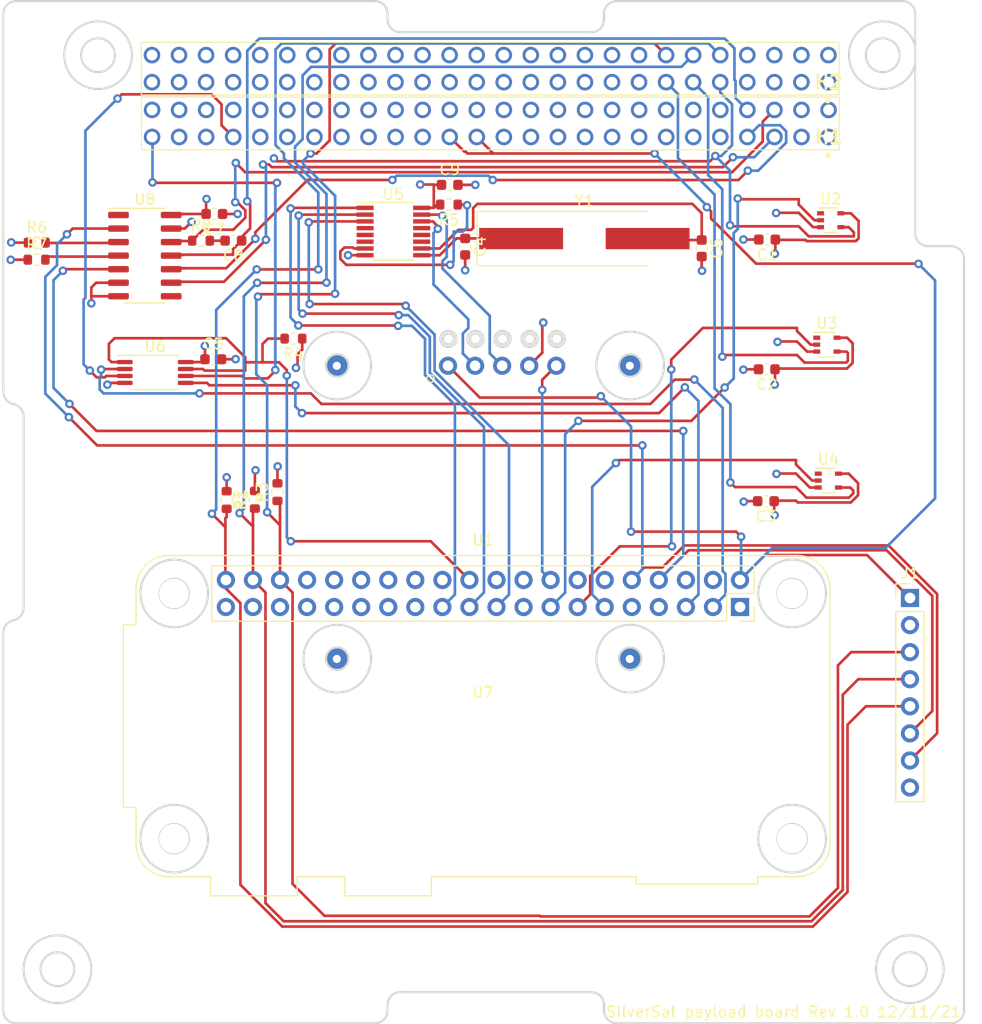
<source format=kicad_pcb>
(kicad_pcb (version 20171130) (host pcbnew "(5.1.10)-1")
  (layers (0 F.Cu signal) (1 In1.Cu signal hide) (2 GND signal hide) (31 B.Cu signal) (34 B.Paste user) (35 F.Paste user) (36 B.SilkS user) (37 F.SilkS user) (38 B.Mask user) (39 F.Mask user) (44 Edge.Cuts user))
  (net 0 "")
  (net 1 GND)
  (net 2 +3V3)
  (net 3 "Net-(C4-Pad1)")
  (net 4 "Net-(C6-Pad1)")
  (net 5 "Net-(C8-Pad2)")
  (net 6 "Net-(C8-Pad1)")
  (net 7 "Net-(H2-Pad9)")
  (net 8 "Net-(U1-Pad15)")
  (net 9 "Net-(U2-Pad1)")
  (net 10 "Net-(H2-Pad11)")
  (net 11 "Net-(U1-Pad13)")
  (net 12 "Net-(U3-Pad1)")
  (net 13 "Net-(H2-Pad13)")
  (net 14 "Net-(U1-Pad11)")
  (net 15 "Net-(U4-Pad1)")
  (net 16 "Net-(U5-Pad15)")
  (net 17 "Net-(U5-Pad14)")
  (net 18 "Net-(U5-Pad13)")
  (net 19 "Net-(U5-Pad12)")
  (net 20 "Net-(U5-Pad11)")
  (net 21 "Net-(R5-Pad1)")
  (net 22 "Net-(U5-Pad5)")
  (net 23 "Net-(U1-Pad19)")
  (net 24 "Net-(U1-Pad21)")
  (net 25 "Net-(U1-Pad23)")
  (net 26 "Net-(R4-Pad2)")
  (net 27 "Net-(H1-Pad51)")
  (net 28 "Net-(U1-Pad5)")
  (net 29 "Net-(H1-Pad45)")
  (net 30 "Net-(U1-Pad3)")
  (net 31 "Net-(H1-Pad6)")
  (net 32 "Net-(H1-Pad7)")
  (net 33 "Net-(H1-Pad5)")
  (net 34 "Net-(U8-Pad8)")
  (net 35 "Net-(R7-Pad2)")
  (net 36 "Net-(R6-Pad2)")
  (net 37 "Net-(U8-Pad1)")
  (net 38 "Net-(H2-Pad14)")
  (net 39 "Net-(H2-Pad12)")
  (net 40 "Net-(H2-Pad10)")
  (net 41 "Net-(U1-Pad26)")
  (net 42 "Net-(U1-Pad29)")
  (net 43 "Net-(U1-Pad7)")
  (net 44 "Net-(U1-Pad32)")
  (net 45 "Net-(U1-Pad31)")
  (net 46 "Net-(U1-Pad18)")
  (net 47 "Net-(U1-Pad35)")
  (net 48 "Net-(U1-Pad34)")
  (net 49 "Net-(U1-Pad33)")
  (net 50 "Net-(U1-Pad37)")
  (net 51 "Net-(U1-Pad28)")
  (net 52 "Net-(U1-Pad27)")
  (net 53 "Net-(U1-Pad12)")
  (net 54 "Net-(U1-Pad24)")
  (net 55 +5V)
  (net 56 "Net-(U1-Pad16)")
  (net 57 "Net-(H1-Pad52)")
  (net 58 "Net-(H1-Pad49)")
  (net 59 "Net-(H1-Pad48)")
  (net 60 "Net-(H1-Pad47)")
  (net 61 "Net-(H1-Pad44)")
  (net 62 "Net-(H1-Pad43)")
  (net 63 "Net-(H1-Pad41)")
  (net 64 "Net-(H1-Pad40)")
  (net 65 "Net-(H1-Pad39)")
  (net 66 "Net-(H1-Pad38)")
  (net 67 "Net-(H1-Pad37)")
  (net 68 "Net-(H1-Pad36)")
  (net 69 "Net-(H1-Pad35)")
  (net 70 "Net-(H1-Pad34)")
  (net 71 "Net-(H1-Pad33)")
  (net 72 "Net-(H1-Pad32)")
  (net 73 "Net-(H1-Pad31)")
  (net 74 "Net-(H1-Pad30)")
  (net 75 "Net-(H1-Pad28)")
  (net 76 "Net-(H1-Pad26)")
  (net 77 "Net-(H1-Pad25)")
  (net 78 "Net-(H1-Pad24)")
  (net 79 "Net-(H1-Pad23)")
  (net 80 "Net-(H1-Pad22)")
  (net 81 "Net-(H1-Pad21)")
  (net 82 "Net-(H1-Pad20)")
  (net 83 "Net-(H1-Pad19)")
  (net 84 "Net-(H1-Pad18)")
  (net 85 "Net-(H1-Pad17)")
  (net 86 "Net-(H1-Pad16)")
  (net 87 "Net-(H1-Pad15)")
  (net 88 "Net-(H1-Pad14)")
  (net 89 "Net-(H1-Pad12)")
  (net 90 "Net-(H1-Pad11)")
  (net 91 "Net-(H1-Pad10)")
  (net 92 "Net-(H1-Pad9)")
  (net 93 "Net-(H1-Pad4)")
  (net 94 "Net-(H1-Pad3)")
  (net 95 "Net-(H1-Pad2)")
  (net 96 "Net-(H1-Pad1)")
  (net 97 "Net-(H2-Pad52)")
  (net 98 "Net-(H2-Pad51)")
  (net 99 "Net-(H2-Pad50)")
  (net 100 "Net-(H2-Pad49)")
  (net 101 "Net-(H2-Pad48)")
  (net 102 "Net-(H2-Pad47)")
  (net 103 "Net-(H2-Pad46)")
  (net 104 "Net-(H2-Pad45)")
  (net 105 "Net-(H2-Pad44)")
  (net 106 "Net-(H2-Pad43)")
  (net 107 "Net-(H2-Pad42)")
  (net 108 "Net-(H2-Pad41)")
  (net 109 "Net-(H2-Pad40)")
  (net 110 "Net-(H2-Pad39)")
  (net 111 "Net-(H2-Pad38)")
  (net 112 "Net-(H2-Pad37)")
  (net 113 "Net-(H2-Pad36)")
  (net 114 "Net-(H2-Pad35)")
  (net 115 "Net-(H2-Pad34)")
  (net 116 "Net-(H2-Pad33)")
  (net 117 "Net-(H2-Pad28)")
  (net 118 "Net-(H2-Pad27)")
  (net 119 "Net-(H2-Pad26)")
  (net 120 "Net-(H2-Pad25)")
  (net 121 "Net-(H2-Pad24)")
  (net 122 "Net-(H2-Pad23)")
  (net 123 "Net-(H2-Pad22)")
  (net 124 "Net-(H2-Pad21)")
  (net 125 "Net-(H2-Pad20)")
  (net 126 "Net-(H2-Pad19)")
  (net 127 "Net-(H2-Pad18)")
  (net 128 "Net-(H2-Pad17)")
  (net 129 "Net-(H2-Pad16)")
  (net 130 "Net-(H2-Pad7)")
  (net 131 "Net-(H2-Pad6)")
  (net 132 "Net-(H2-Pad5)")
  (net 133 "Net-(H2-Pad4)")
  (net 134 "Net-(H2-Pad3)")
  (net 135 "Net-(H2-Pad2)")
  (net 136 "Net-(H2-Pad1)")
  (net 137 "Net-(J1-Pad7)")
  (net 138 "Net-(J1-Pad6)")
  (module Capacitor_SMD:C_0603_1608Metric (layer F.Cu) (at 93.38 72.62)
    (fp_text reference C9 (at 0 -1.43) (layer F.SilkS))
    (fp_text value .1uF)
    (pad 2 smd roundrect (at 0.775 0) (size 0.9 0.95) (layers F.Cu F.Paste F.Mask) (net 1 GND))
    (pad 1 smd roundrect (at -0.775 0) (size 0.9 0.95) (layers F.Cu F.Paste F.Mask) (net 2 +3V3))
  )
  (module CircuitStudio:ESQ-126-Y-X-D (layer F.Cu) (at 128.93 62.99)
    (fp_text reference H2 (at 0 0) (layer F.SilkS) (effects (font (size 1.27 1.27) (thickness 0.254))))
    (fp_text value Conn_02x26_Odd_Even hide)
    (pad 1 thru_hole circle (at 0 0) (size 1.55 1.55) (drill 1.02) (layers *.Cu *.Mask) (net 136 "Net-(H2-Pad1)"))
    (pad 2 thru_hole circle (at 0 -2.54) (size 1.55 1.55) (drill 1.02) (layers *.Cu *.Mask) (net 135 "Net-(H2-Pad2)"))
    (pad 3 thru_hole circle (at -2.54 0) (size 1.55 1.55) (drill 1.02) (layers *.Cu *.Mask) (net 134 "Net-(H2-Pad3)"))
    (pad 4 thru_hole circle (at -2.54 -2.54) (size 1.55 1.55) (drill 1.02) (layers *.Cu *.Mask) (net 133 "Net-(H2-Pad4)"))
    (pad 5 thru_hole circle (at -5.08 0) (size 1.55 1.55) (drill 1.02) (layers *.Cu *.Mask) (net 132 "Net-(H2-Pad5)"))
    (pad 6 thru_hole circle (at -5.08 -2.54) (size 1.55 1.55) (drill 1.02) (layers *.Cu *.Mask) (net 131 "Net-(H2-Pad6)"))
    (pad 7 thru_hole circle (at -7.62 0) (size 1.55 1.55) (drill 1.02) (layers *.Cu *.Mask) (net 130 "Net-(H2-Pad7)"))
    (pad 8 thru_hole circle (at -7.62 -2.54) (size 1.55 1.55) (drill 1.02) (layers *.Cu *.Mask) (net 1 GND))
    (pad 9 thru_hole circle (at -10.16 0) (size 1.55 1.55) (drill 1.02) (layers *.Cu *.Mask) (net 7 "Net-(H2-Pad9)"))
    (pad 10 thru_hole circle (at -10.16 -2.54) (size 1.55 1.55) (drill 1.02) (layers *.Cu *.Mask) (net 40 "Net-(H2-Pad10)"))
    (pad 11 thru_hole circle (at -12.7 0) (size 1.55 1.55) (drill 1.02) (layers *.Cu *.Mask) (net 10 "Net-(H2-Pad11)"))
    (pad 12 thru_hole circle (at -12.7 -2.54) (size 1.55 1.55) (drill 1.02) (layers *.Cu *.Mask) (net 39 "Net-(H2-Pad12)"))
    (pad 13 thru_hole circle (at -15.24 0) (size 1.55 1.55) (drill 1.02) (layers *.Cu *.Mask) (net 13 "Net-(H2-Pad13)"))
    (pad 14 thru_hole circle (at -15.24 -2.54) (size 1.55 1.55) (drill 1.02) (layers *.Cu *.Mask) (net 38 "Net-(H2-Pad14)"))
    (pad 15 thru_hole circle (at -17.78 0) (size 1.55 1.55) (drill 1.02) (layers *.Cu *.Mask) (net 1 GND))
    (pad 16 thru_hole circle (at -17.78 -2.54) (size 1.55 1.55) (drill 1.02) (layers *.Cu *.Mask) (net 129 "Net-(H2-Pad16)"))
    (pad 17 thru_hole circle (at -20.32 0) (size 1.55 1.55) (drill 1.02) (layers *.Cu *.Mask) (net 128 "Net-(H2-Pad17)"))
    (pad 18 thru_hole circle (at -20.32 -2.54) (size 1.55 1.55) (drill 1.02) (layers *.Cu *.Mask) (net 127 "Net-(H2-Pad18)"))
    (pad 19 thru_hole circle (at -22.86 0) (size 1.55 1.55) (drill 1.02) (layers *.Cu *.Mask) (net 126 "Net-(H2-Pad19)"))
    (pad 20 thru_hole circle (at -22.86 -2.54) (size 1.55 1.55) (drill 1.02) (layers *.Cu *.Mask) (net 125 "Net-(H2-Pad20)"))
    (pad 21 thru_hole circle (at -25.4 0) (size 1.55 1.55) (drill 1.02) (layers *.Cu *.Mask) (net 124 "Net-(H2-Pad21)"))
    (pad 22 thru_hole circle (at -25.4 -2.54) (size 1.55 1.55) (drill 1.02) (layers *.Cu *.Mask) (net 123 "Net-(H2-Pad22)"))
    (pad 23 thru_hole circle (at -27.94 0) (size 1.55 1.55) (drill 1.02) (layers *.Cu *.Mask) (net 122 "Net-(H2-Pad23)"))
    (pad 24 thru_hole circle (at -27.94 -2.54) (size 1.55 1.55) (drill 1.02) (layers *.Cu *.Mask) (net 121 "Net-(H2-Pad24)"))
    (pad 25 thru_hole circle (at -30.48 0) (size 1.55 1.55) (drill 1.02) (layers *.Cu *.Mask) (net 120 "Net-(H2-Pad25)"))
    (pad 26 thru_hole circle (at -30.48 -2.54) (size 1.55 1.55) (drill 1.02) (layers *.Cu *.Mask) (net 119 "Net-(H2-Pad26)"))
    (pad 27 thru_hole circle (at -33.02 0) (size 1.55 1.55) (drill 1.02) (layers *.Cu *.Mask) (net 118 "Net-(H2-Pad27)"))
    (pad 28 thru_hole circle (at -33.02 -2.54) (size 1.55 1.55) (drill 1.02) (layers *.Cu *.Mask) (net 117 "Net-(H2-Pad28)"))
    (pad 29 thru_hole circle (at -35.56 0) (size 1.55 1.55) (drill 1.02) (layers *.Cu *.Mask) (net 1 GND))
    (pad 30 thru_hole circle (at -35.56 -2.54) (size 1.55 1.55) (drill 1.02) (layers *.Cu *.Mask) (net 1 GND))
    (pad 31 thru_hole circle (at -38.1 0) (size 1.55 1.55) (drill 1.02) (layers *.Cu *.Mask) (net 1 GND))
    (pad 32 thru_hole circle (at -38.1 -2.54) (size 1.55 1.55) (drill 1.02) (layers *.Cu *.Mask) (net 1 GND))
    (pad 33 thru_hole circle (at -40.64 0) (size 1.55 1.55) (drill 1.02) (layers *.Cu *.Mask) (net 116 "Net-(H2-Pad33)"))
    (pad 34 thru_hole circle (at -40.64 -2.54) (size 1.55 1.55) (drill 1.02) (layers *.Cu *.Mask) (net 115 "Net-(H2-Pad34)"))
    (pad 35 thru_hole circle (at -43.18 0) (size 1.55 1.55) (drill 1.02) (layers *.Cu *.Mask) (net 114 "Net-(H2-Pad35)"))
    (pad 36 thru_hole circle (at -43.18 -2.54) (size 1.55 1.55) (drill 1.02) (layers *.Cu *.Mask) (net 113 "Net-(H2-Pad36)"))
    (pad 37 thru_hole circle (at -45.72 0) (size 1.55 1.55) (drill 1.02) (layers *.Cu *.Mask) (net 112 "Net-(H2-Pad37)"))
    (pad 38 thru_hole circle (at -45.72 -2.54) (size 1.55 1.55) (drill 1.02) (layers *.Cu *.Mask) (net 111 "Net-(H2-Pad38)"))
    (pad 39 thru_hole circle (at -48.26 0) (size 1.55 1.55) (drill 1.02) (layers *.Cu *.Mask) (net 110 "Net-(H2-Pad39)"))
    (pad 40 thru_hole circle (at -48.26 -2.54) (size 1.55 1.55) (drill 1.02) (layers *.Cu *.Mask) (net 109 "Net-(H2-Pad40)"))
    (pad 41 thru_hole circle (at -50.8 0) (size 1.55 1.55) (drill 1.02) (layers *.Cu *.Mask) (net 108 "Net-(H2-Pad41)"))
    (pad 42 thru_hole circle (at -50.8 -2.54) (size 1.55 1.55) (drill 1.02) (layers *.Cu *.Mask) (net 107 "Net-(H2-Pad42)"))
    (pad 43 thru_hole circle (at -53.34 0) (size 1.55 1.55) (drill 1.02) (layers *.Cu *.Mask) (net 106 "Net-(H2-Pad43)"))
    (pad 44 thru_hole circle (at -53.34 -2.54) (size 1.55 1.55) (drill 1.02) (layers *.Cu *.Mask) (net 105 "Net-(H2-Pad44)"))
    (pad 45 thru_hole circle (at -55.88 0) (size 1.55 1.55) (drill 1.02) (layers *.Cu *.Mask) (net 104 "Net-(H2-Pad45)"))
    (pad 46 thru_hole circle (at -55.88 -2.54) (size 1.55 1.55) (drill 1.02) (layers *.Cu *.Mask) (net 103 "Net-(H2-Pad46)"))
    (pad 47 thru_hole circle (at -58.42 0) (size 1.55 1.55) (drill 1.02) (layers *.Cu *.Mask) (net 102 "Net-(H2-Pad47)"))
    (pad 48 thru_hole circle (at -58.42 -2.54) (size 1.55 1.55) (drill 1.02) (layers *.Cu *.Mask) (net 101 "Net-(H2-Pad48)"))
    (pad 49 thru_hole circle (at -60.96 0) (size 1.55 1.55) (drill 1.02) (layers *.Cu *.Mask) (net 100 "Net-(H2-Pad49)"))
    (pad 50 thru_hole circle (at -60.96 -2.54) (size 1.55 1.55) (drill 1.02) (layers *.Cu *.Mask) (net 99 "Net-(H2-Pad50)"))
    (pad 51 thru_hole circle (at -63.5 0) (size 1.55 1.55) (drill 1.02) (layers *.Cu *.Mask) (net 98 "Net-(H2-Pad51)"))
    (pad 52 thru_hole circle (at -63.5 -2.54) (size 1.55 1.55) (drill 1.02) (layers *.Cu *.Mask) (net 97 "Net-(H2-Pad52)"))
  )
  (module CircuitStudio:ESQ-126-Y-X-D (layer F.Cu) (at 128.94 68.13)
    (fp_text reference H1 (at 0 0) (layer F.SilkS) (effects (font (size 1.27 1.27) (thickness 0.254))))
    (fp_text value Conn_02x26_Odd_Even hide)
    (pad 1 thru_hole circle (at 0 0) (size 1.55 1.55) (drill 1.02) (layers *.Cu *.Mask) (net 96 "Net-(H1-Pad1)"))
    (pad 2 thru_hole circle (at 0 -2.54) (size 1.55 1.55) (drill 1.02) (layers *.Cu *.Mask) (net 95 "Net-(H1-Pad2)"))
    (pad 3 thru_hole circle (at -2.54 0) (size 1.55 1.55) (drill 1.02) (layers *.Cu *.Mask) (net 94 "Net-(H1-Pad3)"))
    (pad 4 thru_hole circle (at -2.54 -2.54) (size 1.55 1.55) (drill 1.02) (layers *.Cu *.Mask) (net 93 "Net-(H1-Pad4)"))
    (pad 5 thru_hole circle (at -5.08 0) (size 1.55 1.55) (drill 1.02) (layers *.Cu *.Mask) (net 33 "Net-(H1-Pad5)"))
    (pad 6 thru_hole circle (at -5.08 -2.54) (size 1.55 1.55) (drill 1.02) (layers *.Cu *.Mask) (net 31 "Net-(H1-Pad6)"))
    (pad 7 thru_hole circle (at -7.62 0) (size 1.55 1.55) (drill 1.02) (layers *.Cu *.Mask) (net 32 "Net-(H1-Pad7)"))
    (pad 8 thru_hole circle (at -7.62 -2.54) (size 1.55 1.55) (drill 1.02) (layers *.Cu *.Mask) (net 6 "Net-(C8-Pad1)"))
    (pad 9 thru_hole circle (at -10.16 0) (size 1.55 1.55) (drill 1.02) (layers *.Cu *.Mask) (net 92 "Net-(H1-Pad9)"))
    (pad 10 thru_hole circle (at -10.16 -2.54) (size 1.55 1.55) (drill 1.02) (layers *.Cu *.Mask) (net 91 "Net-(H1-Pad10)"))
    (pad 11 thru_hole circle (at -12.7 0) (size 1.55 1.55) (drill 1.02) (layers *.Cu *.Mask) (net 90 "Net-(H1-Pad11)"))
    (pad 12 thru_hole circle (at -12.7 -2.54) (size 1.55 1.55) (drill 1.02) (layers *.Cu *.Mask) (net 89 "Net-(H1-Pad12)"))
    (pad 13 thru_hole circle (at -15.24 0) (size 1.55 1.55) (drill 1.02) (layers *.Cu *.Mask) (net 1 GND))
    (pad 14 thru_hole circle (at -15.24 -2.54) (size 1.55 1.55) (drill 1.02) (layers *.Cu *.Mask) (net 88 "Net-(H1-Pad14)"))
    (pad 15 thru_hole circle (at -17.78 0) (size 1.55 1.55) (drill 1.02) (layers *.Cu *.Mask) (net 87 "Net-(H1-Pad15)"))
    (pad 16 thru_hole circle (at -17.78 -2.54) (size 1.55 1.55) (drill 1.02) (layers *.Cu *.Mask) (net 86 "Net-(H1-Pad16)"))
    (pad 17 thru_hole circle (at -20.32 0) (size 1.55 1.55) (drill 1.02) (layers *.Cu *.Mask) (net 85 "Net-(H1-Pad17)"))
    (pad 18 thru_hole circle (at -20.32 -2.54) (size 1.55 1.55) (drill 1.02) (layers *.Cu *.Mask) (net 84 "Net-(H1-Pad18)"))
    (pad 19 thru_hole circle (at -22.86 0) (size 1.55 1.55) (drill 1.02) (layers *.Cu *.Mask) (net 83 "Net-(H1-Pad19)"))
    (pad 20 thru_hole circle (at -22.86 -2.54) (size 1.55 1.55) (drill 1.02) (layers *.Cu *.Mask) (net 82 "Net-(H1-Pad20)"))
    (pad 21 thru_hole circle (at -25.4 0) (size 1.55 1.55) (drill 1.02) (layers *.Cu *.Mask) (net 81 "Net-(H1-Pad21)"))
    (pad 22 thru_hole circle (at -25.4 -2.54) (size 1.55 1.55) (drill 1.02) (layers *.Cu *.Mask) (net 80 "Net-(H1-Pad22)"))
    (pad 23 thru_hole circle (at -27.94 0) (size 1.55 1.55) (drill 1.02) (layers *.Cu *.Mask) (net 79 "Net-(H1-Pad23)"))
    (pad 24 thru_hole circle (at -27.94 -2.54) (size 1.55 1.55) (drill 1.02) (layers *.Cu *.Mask) (net 78 "Net-(H1-Pad24)"))
    (pad 25 thru_hole circle (at -30.48 0) (size 1.55 1.55) (drill 1.02) (layers *.Cu *.Mask) (net 77 "Net-(H1-Pad25)"))
    (pad 26 thru_hole circle (at -30.48 -2.54) (size 1.55 1.55) (drill 1.02) (layers *.Cu *.Mask) (net 76 "Net-(H1-Pad26)"))
    (pad 27 thru_hole circle (at -33.02 0) (size 1.55 1.55) (drill 1.02) (layers *.Cu *.Mask) (net 55 +5V))
    (pad 28 thru_hole circle (at -33.02 -2.54) (size 1.55 1.55) (drill 1.02) (layers *.Cu *.Mask) (net 75 "Net-(H1-Pad28)"))
    (pad 29 thru_hole circle (at -35.56 0) (size 1.55 1.55) (drill 1.02) (layers *.Cu *.Mask) (net 55 +5V))
    (pad 30 thru_hole circle (at -35.56 -2.54) (size 1.55 1.55) (drill 1.02) (layers *.Cu *.Mask) (net 74 "Net-(H1-Pad30)"))
    (pad 31 thru_hole circle (at -38.1 0) (size 1.55 1.55) (drill 1.02) (layers *.Cu *.Mask) (net 73 "Net-(H1-Pad31)"))
    (pad 32 thru_hole circle (at -38.1 -2.54) (size 1.55 1.55) (drill 1.02) (layers *.Cu *.Mask) (net 72 "Net-(H1-Pad32)"))
    (pad 33 thru_hole circle (at -40.64 0) (size 1.55 1.55) (drill 1.02) (layers *.Cu *.Mask) (net 71 "Net-(H1-Pad33)"))
    (pad 34 thru_hole circle (at -40.64 -2.54) (size 1.55 1.55) (drill 1.02) (layers *.Cu *.Mask) (net 70 "Net-(H1-Pad34)"))
    (pad 35 thru_hole circle (at -43.18 0) (size 1.55 1.55) (drill 1.02) (layers *.Cu *.Mask) (net 69 "Net-(H1-Pad35)"))
    (pad 36 thru_hole circle (at -43.18 -2.54) (size 1.55 1.55) (drill 1.02) (layers *.Cu *.Mask) (net 68 "Net-(H1-Pad36)"))
    (pad 37 thru_hole circle (at -45.72 0) (size 1.55 1.55) (drill 1.02) (layers *.Cu *.Mask) (net 67 "Net-(H1-Pad37)"))
    (pad 38 thru_hole circle (at -45.72 -2.54) (size 1.55 1.55) (drill 1.02) (layers *.Cu *.Mask) (net 66 "Net-(H1-Pad38)"))
    (pad 39 thru_hole circle (at -48.26 0) (size 1.55 1.55) (drill 1.02) (layers *.Cu *.Mask) (net 65 "Net-(H1-Pad39)"))
    (pad 40 thru_hole circle (at -48.26 -2.54) (size 1.55 1.55) (drill 1.02) (layers *.Cu *.Mask) (net 64 "Net-(H1-Pad40)"))
    (pad 41 thru_hole circle (at -50.8 0) (size 1.55 1.55) (drill 1.02) (layers *.Cu *.Mask) (net 63 "Net-(H1-Pad41)"))
    (pad 42 thru_hole circle (at -50.8 -2.54) (size 1.55 1.55) (drill 1.02) (layers *.Cu *.Mask) (net 1 GND))
    (pad 43 thru_hole circle (at -53.34 0) (size 1.55 1.55) (drill 1.02) (layers *.Cu *.Mask) (net 62 "Net-(H1-Pad43)"))
    (pad 44 thru_hole circle (at -53.34 -2.54) (size 1.55 1.55) (drill 1.02) (layers *.Cu *.Mask) (net 61 "Net-(H1-Pad44)"))
    (pad 45 thru_hole circle (at -55.88 0) (size 1.55 1.55) (drill 1.02) (layers *.Cu *.Mask) (net 29 "Net-(H1-Pad45)"))
    (pad 46 thru_hole circle (at -55.88 -2.54) (size 1.55 1.55) (drill 1.02) (layers *.Cu *.Mask) (net 1 GND))
    (pad 47 thru_hole circle (at -58.42 0) (size 1.55 1.55) (drill 1.02) (layers *.Cu *.Mask) (net 60 "Net-(H1-Pad47)"))
    (pad 48 thru_hole circle (at -58.42 -2.54) (size 1.55 1.55) (drill 1.02) (layers *.Cu *.Mask) (net 59 "Net-(H1-Pad48)"))
    (pad 49 thru_hole circle (at -60.96 0) (size 1.55 1.55) (drill 1.02) (layers *.Cu *.Mask) (net 58 "Net-(H1-Pad49)"))
    (pad 50 thru_hole circle (at -60.96 -2.54) (size 1.55 1.55) (drill 1.02) (layers *.Cu *.Mask) (net 1 GND))
    (pad 51 thru_hole circle (at -63.5 0) (size 1.55 1.55) (drill 1.02) (layers *.Cu *.Mask) (net 27 "Net-(H1-Pad51)"))
    (pad 52 thru_hole circle (at -63.5 -2.54) (size 1.55 1.55) (drill 1.02) (layers *.Cu *.Mask) (net 57 "Net-(H1-Pad52)"))
  )
  (module Connector_PinHeader_2.54mm:PinHeader_1x08_P2.54mm_Vertical (layer F.Cu) (at 136.58 111.37)
    (fp_text reference J1 (at 0 -2.33) (layer F.SilkS))
    (fp_text value Conn_01x08_Male)
    (pad 8 thru_hole oval (at 0 17.78) (size 1.7 1.7) (drill 1) (layers *.Cu *.Mask) (net 1 GND))
    (pad 7 thru_hole oval (at 0 15.24) (size 1.7 1.7) (drill 1) (layers *.Cu *.Mask) (net 137 "Net-(J1-Pad7)"))
    (pad 6 thru_hole oval (at 0 12.7) (size 1.7 1.7) (drill 1) (layers *.Cu *.Mask) (net 138 "Net-(J1-Pad6)"))
    (pad 5 thru_hole oval (at 0 10.16) (size 1.7 1.7) (drill 1) (layers *.Cu *.Mask) (net 40 "Net-(H2-Pad10)"))
    (pad 4 thru_hole oval (at 0 7.62) (size 1.7 1.7) (drill 1) (layers *.Cu *.Mask) (net 39 "Net-(H2-Pad12)"))
    (pad 3 thru_hole oval (at 0 5.08) (size 1.7 1.7) (drill 1) (layers *.Cu *.Mask) (net 38 "Net-(H2-Pad14)"))
    (pad 2 thru_hole oval (at 0 2.54) (size 1.7 1.7) (drill 1) (layers *.Cu *.Mask) (net 2 +3V3))
    (pad 1 thru_hole rect (at 0 0) (size 1.7 1.7) (drill 1) (layers *.Cu *.Mask) (net 55 +5V))
  )
  (module Resistor_SMD:R_0603_1608Metric (layer F.Cu) (at 70.03 77.86)
    (fp_text reference R8 (at 0 -1.43) (layer F.SilkS))
    (fp_text value 453)
    (pad 1 smd roundrect (at -0.825 0) (size 0.8 0.95) (layers F.Cu F.Paste F.Mask) (net 31 "Net-(H1-Pad6)"))
    (pad 2 smd roundrect (at 0.825 0) (size 0.8 0.95) (layers F.Cu F.Paste F.Mask) (net 5 "Net-(C8-Pad2)"))
  )
  (module Resistor_SMD:R_0603_1608Metric (layer F.Cu) (at 54.6 79.64)
    (fp_text reference R7 (at 0 -1.43) (layer F.SilkS))
    (fp_text value "10 kohm")
    (pad 1 smd roundrect (at -0.825 0) (size 0.8 0.95) (layers F.Cu F.Paste F.Mask) (net 2 +3V3))
    (pad 2 smd roundrect (at 0.825 0) (size 0.8 0.95) (layers F.Cu F.Paste F.Mask) (net 35 "Net-(R7-Pad2)"))
  )
  (module Resistor_SMD:R_0603_1608Metric (layer F.Cu) (at 54.62 78.04)
    (fp_text reference R6 (at 0 -1.43) (layer F.SilkS))
    (fp_text value "10 kohm")
    (pad 1 smd roundrect (at -0.825 0) (size 0.8 0.95) (layers F.Cu F.Paste F.Mask) (net 1 GND))
    (pad 2 smd roundrect (at 0.825 0) (size 0.8 0.95) (layers F.Cu F.Paste F.Mask) (net 36 "Net-(R6-Pad2)"))
  )
  (module Resistor_SMD:R_0603_1608Metric (layer F.Cu) (at 93.305 74.47 180)
    (fp_text reference R5 (at 0 -1.43) (layer F.SilkS))
    (fp_text value "10 kohm")
    (pad 2 smd roundrect (at 0.825 0 180) (size 0.8 0.95) (layers F.Cu F.Paste F.Mask) (net 2 +3V3))
    (pad 1 smd roundrect (at -0.825 0 180) (size 0.8 0.95) (layers F.Cu F.Paste F.Mask) (net 21 "Net-(R5-Pad1)"))
  )
  (module Resistor_SMD:R_0603_1608Metric (layer F.Cu) (at 78.71 87.04 180)
    (fp_text reference R4 (at 0 -1.43) (layer F.SilkS))
    (fp_text value "10 kohm")
    (pad 2 smd roundrect (at 0.825 0 180) (size 0.8 0.95) (layers F.Cu F.Paste F.Mask) (net 26 "Net-(R4-Pad2)"))
    (pad 1 smd roundrect (at -0.825 0 180) (size 0.8 0.95) (layers F.Cu F.Paste F.Mask) (net 2 +3V3))
  )
  (module Resistor_SMD:R_0603_1608Metric (layer F.Cu) (at 77.21 101.44 90)
    (fp_text reference R3 (at 0 -1.43 90) (layer F.SilkS))
    (fp_text value "10 kohm")
    (pad 2 smd roundrect (at 0.825 0 90) (size 0.8 0.95) (layers F.Cu F.Paste F.Mask) (net 2 +3V3))
    (pad 1 smd roundrect (at -0.825 0 90) (size 0.8 0.95) (layers F.Cu F.Paste F.Mask) (net 38 "Net-(H2-Pad14)"))
  )
  (module Resistor_SMD:R_0603_1608Metric (layer F.Cu) (at 75.09 102.16 90)
    (fp_text reference R2 (at 0 -1.43 90) (layer F.SilkS))
    (fp_text value "10 kohm")
    (pad 2 smd roundrect (at 0.825 0 90) (size 0.8 0.95) (layers F.Cu F.Paste F.Mask) (net 2 +3V3))
    (pad 1 smd roundrect (at -0.825 0 90) (size 0.8 0.95) (layers F.Cu F.Paste F.Mask) (net 39 "Net-(H2-Pad12)"))
  )
  (module Resistor_SMD:R_0603_1608Metric (layer F.Cu) (at 72.44 102.18 270)
    (fp_text reference R1 (at 0 -1.43 90) (layer F.SilkS))
    (fp_text value "10 kohm")
    (pad 2 smd roundrect (at 0.825 0 270) (size 0.8 0.95) (layers F.Cu F.Paste F.Mask) (net 40 "Net-(H2-Pad10)"))
    (pad 1 smd roundrect (at -0.825 0 270) (size 0.8 0.95) (layers F.Cu F.Paste F.Mask) (net 2 +3V3))
  )
  (module Package_TO_SOT_SMD:SOT-353_SC-70-5 (layer F.Cu) (at 128.92 100.36)
    (fp_text reference U4 (at 0 -2) (layer F.SilkS))
    (fp_text value 74LVC1G07MDCKREPG4)
    (pad 5 smd rect (at 0.95 -0.65) (size 0.65 0.4) (layers F.Cu F.Paste F.Mask) (net 2 +3V3))
    (pad 4 smd rect (at 0.95 0.65) (size 0.65 0.4) (layers F.Cu F.Paste F.Mask) (net 13 "Net-(H2-Pad13)"))
    (pad 2 smd rect (at -0.95 0) (size 0.65 0.4) (layers F.Cu F.Paste F.Mask) (net 14 "Net-(U1-Pad11)"))
    (pad 3 smd rect (at -0.95 0.65) (size 0.65 0.4) (layers F.Cu F.Paste F.Mask) (net 1 GND))
    (pad 1 smd rect (at -0.95 -0.65) (size 0.65 0.4) (layers F.Cu F.Paste F.Mask) (net 15 "Net-(U4-Pad1)"))
  )
  (module Package_TO_SOT_SMD:SOT-353_SC-70-5 (layer F.Cu) (at 128.78 87.61)
    (fp_text reference U3 (at 0 -2) (layer F.SilkS))
    (fp_text value 74LVC1G07MDCKREPG4)
    (pad 5 smd rect (at 0.95 -0.65) (size 0.65 0.4) (layers F.Cu F.Paste F.Mask) (net 2 +3V3))
    (pad 4 smd rect (at 0.95 0.65) (size 0.65 0.4) (layers F.Cu F.Paste F.Mask) (net 10 "Net-(H2-Pad11)"))
    (pad 2 smd rect (at -0.95 0) (size 0.65 0.4) (layers F.Cu F.Paste F.Mask) (net 11 "Net-(U1-Pad13)"))
    (pad 3 smd rect (at -0.95 0.65) (size 0.65 0.4) (layers F.Cu F.Paste F.Mask) (net 1 GND))
    (pad 1 smd rect (at -0.95 -0.65) (size 0.65 0.4) (layers F.Cu F.Paste F.Mask) (net 12 "Net-(U3-Pad1)"))
  )
  (module Package_TO_SOT_SMD:SOT-353_SC-70-5 (layer F.Cu) (at 129.14 75.94)
    (fp_text reference U2 (at 0 -2) (layer F.SilkS))
    (fp_text value 74LVC1G07MDCKREPG4)
    (pad 5 smd rect (at 0.95 -0.65) (size 0.65 0.4) (layers F.Cu F.Paste F.Mask) (net 2 +3V3))
    (pad 4 smd rect (at 0.95 0.65) (size 0.65 0.4) (layers F.Cu F.Paste F.Mask) (net 7 "Net-(H2-Pad9)"))
    (pad 2 smd rect (at -0.95 0) (size 0.65 0.4) (layers F.Cu F.Paste F.Mask) (net 8 "Net-(U1-Pad15)"))
    (pad 3 smd rect (at -0.95 0.65) (size 0.65 0.4) (layers F.Cu F.Paste F.Mask) (net 1 GND))
    (pad 1 smd rect (at -0.95 -0.65) (size 0.65 0.4) (layers F.Cu F.Paste F.Mask) (net 9 "Net-(U2-Pad1)"))
  )
  (module Capacitor_SMD:C_0603_1608Metric (layer F.Cu) (at 73.07 77.85 180)
    (fp_text reference C8 (at 0 -1.43) (layer F.SilkS))
    (fp_text value .1uF)
    (pad 2 smd roundrect (at 0.775 0 180) (size 0.9 0.95) (layers F.Cu F.Paste F.Mask) (net 5 "Net-(C8-Pad2)"))
    (pad 1 smd roundrect (at -0.775 0 180) (size 0.9 0.95) (layers F.Cu F.Paste F.Mask) (net 6 "Net-(C8-Pad1)"))
  )
  (module Capacitor_SMD:C_0603_1608Metric (layer F.Cu) (at 71.285 75.35 180)
    (fp_text reference C7 (at 0 -1.43) (layer F.SilkS))
    (fp_text value .1uF)
    (pad 1 smd roundrect (at -0.775 0 180) (size 0.9 0.95) (layers F.Cu F.Paste F.Mask) (net 1 GND))
    (pad 2 smd roundrect (at 0.775 0 180) (size 0.9 0.95) (layers F.Cu F.Paste F.Mask) (net 2 +3V3))
  )
  (module Capacitor_SMD:C_0603_1608Metric (layer F.Cu) (at 117.03 78.57 270)
    (fp_text reference C6 (at 0 -1.43 90) (layer F.SilkS))
    (fp_text value 33pF)
    (pad 1 smd roundrect (at -0.775 0 270) (size 0.9 0.95) (layers F.Cu F.Paste F.Mask) (net 4 "Net-(C6-Pad1)"))
    (pad 2 smd roundrect (at 0.775 0 270) (size 0.9 0.95) (layers F.Cu F.Paste F.Mask) (net 1 GND))
  )
  (module Capacitor_SMD:C_0603_1608Metric (layer F.Cu) (at 71.18 88.98)
    (fp_text reference C5 (at 0 -1.43) (layer F.SilkS))
    (fp_text value .1uF)
    (pad 1 smd roundrect (at -0.775 0) (size 0.9 0.95) (layers F.Cu F.Paste F.Mask) (net 2 +3V3))
    (pad 2 smd roundrect (at 0.775 0) (size 0.9 0.95) (layers F.Cu F.Paste F.Mask) (net 1 GND))
  )
  (module Capacitor_SMD:C_0603_1608Metric (layer F.Cu) (at 94.83 78.42 270)
    (fp_text reference C4 (at 0 -1.43 90) (layer F.SilkS))
    (fp_text value 33pF)
    (pad 1 smd roundrect (at -0.775 0 270) (size 0.9 0.95) (layers F.Cu F.Paste F.Mask) (net 3 "Net-(C4-Pad1)"))
    (pad 2 smd roundrect (at 0.775 0 270) (size 0.9 0.95) (layers F.Cu F.Paste F.Mask) (net 1 GND))
  )
  (module Capacitor_SMD:C_0603_1608Metric (layer F.Cu) (at 123.06 102.29 180)
    (fp_text reference C3 (at 0 -1.43) (layer F.SilkS))
    (fp_text value .1uF)
    (pad 1 smd roundrect (at -0.775 0 180) (size 0.9 0.95) (layers F.Cu F.Paste F.Mask) (net 2 +3V3))
    (pad 2 smd roundrect (at 0.775 0 180) (size 0.9 0.95) (layers F.Cu F.Paste F.Mask) (net 1 GND))
  )
  (module Capacitor_SMD:C_0603_1608Metric (layer F.Cu) (at 123.14 89.92 180)
    (fp_text reference C2 (at 0 -1.43) (layer F.SilkS))
    (fp_text value .1uF)
    (pad 1 smd roundrect (at -0.775 0 180) (size 0.9 0.95) (layers F.Cu F.Paste F.Mask) (net 2 +3V3))
    (pad 2 smd roundrect (at 0.775 0 180) (size 0.9 0.95) (layers F.Cu F.Paste F.Mask) (net 1 GND))
  )
  (module Capacitor_SMD:C_0603_1608Metric (layer F.Cu) (at 123.17 77.75 180)
    (fp_text reference C1 (at 0 -1.43) (layer F.SilkS))
    (fp_text value .1uF)
    (pad 1 smd roundrect (at -0.775 0 180) (size 0.9 0.95) (layers F.Cu F.Paste F.Mask) (net 2 +3V3))
    (pad 2 smd roundrect (at 0.775 0 180) (size 0.9 0.95) (layers F.Cu F.Paste F.Mask) (net 1 GND))
  )
  (module Crystal:Crystal_SMD_HC49-SD_HandSoldering (layer F.Cu) (at 106.02 77.66)
    (fp_text reference Y1 (at 0 -3.55) (layer F.SilkS))
    (fp_text value "3.5864 MHz1")
    (pad 1 smd rect (at -5.9375 0) (size 7.875 2) (layers F.Cu F.Paste F.Mask) (net 3 "Net-(C4-Pad1)"))
    (pad 2 smd rect (at 5.9375 0) (size 7.875 2) (layers F.Cu F.Paste F.Mask) (net 4 "Net-(C6-Pad1)"))
  )
  (module "Silversat special parts:UCAM-III" (layer F.Cu) (at 96.53 103.34 180)
    (fp_text reference U7 (at 0.05 -16.9 180) (layer F.SilkS))
    (fp_text value uCamIII)
    (pad "" thru_hole circle (at -13.75 -13.75 180) (size 2.1 2.1) (drill 0.762) (layers *.Cu *.Mask))
    (pad "" thru_hole circle (at 13.75 -13.75 180) (size 2.1 2.1) (drill 0.762) (layers *.Cu *.Mask))
    (pad "" thru_hole circle (at -13.75 13.75 180) (size 2.1 2.1) (drill 0.762) (layers *.Cu *.Mask))
    (pad "" thru_hole circle (at 13.75 13.75 180) (size 2.1 2.1) (drill 0.762) (layers *.Cu *.Mask))
    (pad 5 thru_hole circle (at -6.85 13.75 180) (size 1.7 1.7) (drill 1) (layers *.Cu *.Mask) (net 56 "Net-(U1-Pad16)"))
    (pad 4 thru_hole circle (at -4.31 13.75 180) (size 1.7 1.7) (drill 1) (layers *.Cu *.Mask) (net 1 GND))
    (pad 3 thru_hole circle (at -1.77 13.75 180) (size 1.7 1.7) (drill 1) (layers *.Cu *.Mask) (net 16 "Net-(U5-Pad15)"))
    (pad 1 thru_hole circle (at 3.31 13.75 180) (size 1.7 1.7) (drill 1) (layers *.Cu *.Mask) (net 55 +5V))
    (pad 2 thru_hole circle (at 0.77 13.75 180) (size 1.7 1.7) (drill 1) (layers *.Cu *.Mask) (net 17 "Net-(U5-Pad14)"))
  )
  (module Module:Raspberry_Pi_Zero_Socketed_THT_FaceDown_MountingHoles (layer F.Cu) (at 120.63 112.22 270)
    (fp_text reference U1 (at -6.27 24.13) (layer F.SilkS))
    (fp_text value "RaspberryPiZero(v1.1)")
    (pad 6 thru_hole oval (at -2.54 5.08 270) (size 1.7 1.7) (drill 1) (layers *.Cu *.Mask) (net 1 GND))
    (pad 3 thru_hole oval (at 0 2.54 270) (size 1.7 1.7) (drill 1) (layers *.Cu *.Mask) (net 30 "Net-(U1-Pad3)"))
    (pad 15 thru_hole oval (at 0 17.78 270) (size 1.7 1.7) (drill 1) (layers *.Cu *.Mask) (net 8 "Net-(U1-Pad15)"))
    (pad 16 thru_hole oval (at -2.54 17.78 270) (size 1.7 1.7) (drill 1) (layers *.Cu *.Mask) (net 56 "Net-(U1-Pad16)"))
    (pad 4 thru_hole oval (at -2.54 2.54 270) (size 1.7 1.7) (drill 1) (layers *.Cu *.Mask))
    (pad 5 thru_hole oval (at 0 5.08 270) (size 1.7 1.7) (drill 1) (layers *.Cu *.Mask) (net 28 "Net-(U1-Pad5)"))
    (pad 2 thru_hole oval (at -2.54 0 270) (size 1.7 1.7) (drill 1) (layers *.Cu *.Mask) (net 55 +5V))
    (pad 1 thru_hole rect (at 0 0 270) (size 1.7 1.7) (drill 1) (layers *.Cu *.Mask) (net 2 +3V3))
    (pad 23 thru_hole oval (at 0 27.94 270) (size 1.7 1.7) (drill 1) (layers *.Cu *.Mask) (net 25 "Net-(U1-Pad23)"))
    (pad 24 thru_hole oval (at -2.54 27.94 270) (size 1.7 1.7) (drill 1) (layers *.Cu *.Mask) (net 54 "Net-(U1-Pad24)"))
    (pad 11 thru_hole oval (at 0 12.7 270) (size 1.7 1.7) (drill 1) (layers *.Cu *.Mask) (net 14 "Net-(U1-Pad11)"))
    (pad 12 thru_hole oval (at -2.54 12.7 270) (size 1.7 1.7) (drill 1) (layers *.Cu *.Mask) (net 53 "Net-(U1-Pad12)"))
    (pad 27 thru_hole oval (at 0 33.02 270) (size 1.7 1.7) (drill 1) (layers *.Cu *.Mask) (net 52 "Net-(U1-Pad27)"))
    (pad 28 thru_hole oval (at -2.54 33.02 270) (size 1.7 1.7) (drill 1) (layers *.Cu *.Mask) (net 51 "Net-(U1-Pad28)"))
    (pad 13 thru_hole oval (at 0 15.24 270) (size 1.7 1.7) (drill 1) (layers *.Cu *.Mask) (net 11 "Net-(U1-Pad13)"))
    (pad 14 thru_hole oval (at -2.54 15.24 270) (size 1.7 1.7) (drill 1) (layers *.Cu *.Mask) (net 1 GND))
    (pad 9 thru_hole oval (at 0 10.16 270) (size 1.7 1.7) (drill 1) (layers *.Cu *.Mask) (net 1 GND))
    (pad 10 thru_hole oval (at -2.54 10.16 270) (size 1.7 1.7) (drill 1) (layers *.Cu *.Mask) (net 137 "Net-(J1-Pad7)"))
    (pad 19 thru_hole oval (at 0 22.86 270) (size 1.7 1.7) (drill 1) (layers *.Cu *.Mask) (net 23 "Net-(U1-Pad19)"))
    (pad 20 thru_hole oval (at -2.54 22.86 270) (size 1.7 1.7) (drill 1) (layers *.Cu *.Mask) (net 1 GND))
    (pad 37 thru_hole oval (at 0 45.72 270) (size 1.7 1.7) (drill 1) (layers *.Cu *.Mask) (net 50 "Net-(U1-Pad37)"))
    (pad 38 thru_hole oval (at -2.54 45.72 270) (size 1.7 1.7) (drill 1) (layers *.Cu *.Mask) (net 39 "Net-(H2-Pad12)"))
    (pad 33 thru_hole oval (at 0 40.64 270) (size 1.7 1.7) (drill 1) (layers *.Cu *.Mask) (net 49 "Net-(U1-Pad33)"))
    (pad 34 thru_hole oval (at -2.54 40.64 270) (size 1.7 1.7) (drill 1) (layers *.Cu *.Mask) (net 48 "Net-(U1-Pad34)"))
    (pad 35 thru_hole oval (at 0 43.18 270) (size 1.7 1.7) (drill 1) (layers *.Cu *.Mask) (net 47 "Net-(U1-Pad35)"))
    (pad 36 thru_hole oval (at -2.54 43.18 270) (size 1.7 1.7) (drill 1) (layers *.Cu *.Mask) (net 38 "Net-(H2-Pad14)"))
    (pad 17 thru_hole oval (at 0 20.32 270) (size 1.7 1.7) (drill 1) (layers *.Cu *.Mask) (net 2 +3V3))
    (pad 18 thru_hole oval (at -2.54 20.32 270) (size 1.7 1.7) (drill 1) (layers *.Cu *.Mask) (net 46 "Net-(U1-Pad18)"))
    (pad 31 thru_hole oval (at 0 38.1 270) (size 1.7 1.7) (drill 1) (layers *.Cu *.Mask) (net 45 "Net-(U1-Pad31)"))
    (pad 32 thru_hole oval (at -2.54 38.1 270) (size 1.7 1.7) (drill 1) (layers *.Cu *.Mask) (net 44 "Net-(U1-Pad32)"))
    (pad 7 thru_hole oval (at 0 7.62 270) (size 1.7 1.7) (drill 1) (layers *.Cu *.Mask) (net 43 "Net-(U1-Pad7)"))
    (pad 8 thru_hole oval (at -2.54 7.62 270) (size 1.7 1.7) (drill 1) (layers *.Cu *.Mask) (net 138 "Net-(J1-Pad6)"))
    (pad 29 thru_hole oval (at 0 35.56 270) (size 1.7 1.7) (drill 1) (layers *.Cu *.Mask) (net 42 "Net-(U1-Pad29)"))
    (pad 30 thru_hole oval (at -2.54 35.56 270) (size 1.7 1.7) (drill 1) (layers *.Cu *.Mask) (net 1 GND))
    (pad 21 thru_hole oval (at 0 25.4 270) (size 1.7 1.7) (drill 1) (layers *.Cu *.Mask) (net 24 "Net-(U1-Pad21)"))
    (pad 22 thru_hole oval (at -2.54 25.4 270) (size 1.7 1.7) (drill 1) (layers *.Cu *.Mask) (net 26 "Net-(R4-Pad2)"))
    (pad 25 thru_hole oval (at 0 30.48 270) (size 1.7 1.7) (drill 1) (layers *.Cu *.Mask) (net 1 GND))
    (pad 26 thru_hole oval (at -2.54 30.48 270) (size 1.7 1.7) (drill 1) (layers *.Cu *.Mask) (net 41 "Net-(U1-Pad26)"))
    (pad 39 thru_hole oval (at 0 48.26 270) (size 1.7 1.7) (drill 1) (layers *.Cu *.Mask) (net 1 GND))
    (pad 40 thru_hole oval (at -2.54 48.26 270) (size 1.7 1.7) (drill 1) (layers *.Cu *.Mask) (net 40 "Net-(H2-Pad10)"))
    (pad "" thru_hole circle (at -1.27 -4.87) (size 2.75 2.75) (drill 2.75) (layers *.Cu *.Mask))
    (pad "" thru_hole circle (at 21.73 53.13) (size 2.75 2.75) (drill 2.75) (layers *.Cu *.Mask))
    (pad "" thru_hole circle (at 21.73 -4.87) (size 2.75 2.75) (drill 2.75) (layers *.Cu *.Mask))
    (pad "" thru_hole circle (at -1.27 53.13) (size 2.75 2.75) (drill 2.75) (layers *.Cu *.Mask))
  )
  (module Package_SO:SOIC-14_3.9x8.7mm_P1.27mm (layer F.Cu) (at 64.76 79.26)
    (fp_text reference U8 (at 0 -5.28) (layer F.SilkS))
    (fp_text value SN65HVD70D)
    (pad 14 smd roundrect (at 2.475 -3.81) (size 1.95 0.6) (layers F.Cu F.Paste F.Mask) (net 2 +3V3))
    (pad 13 smd roundrect (at 2.475 -2.54) (size 1.95 0.6) (layers F.Cu F.Paste F.Mask) (net 2 +3V3))
    (pad 12 smd roundrect (at 2.475 -1.27) (size 1.95 0.6) (layers F.Cu F.Paste F.Mask) (net 31 "Net-(H1-Pad6)"))
    (pad 11 smd roundrect (at 2.475 0) (size 1.95 0.6) (layers F.Cu F.Paste F.Mask) (net 6 "Net-(C8-Pad1)"))
    (pad 10 smd roundrect (at 2.475 1.27) (size 1.95 0.6) (layers F.Cu F.Paste F.Mask) (net 32 "Net-(H1-Pad7)"))
    (pad 9 smd roundrect (at 2.475 2.54) (size 1.95 0.6) (layers F.Cu F.Paste F.Mask) (net 33 "Net-(H1-Pad5)"))
    (pad 8 smd roundrect (at 2.475 3.81) (size 1.95 0.6) (layers F.Cu F.Paste F.Mask) (net 34 "Net-(U8-Pad8)"))
    (pad 7 smd roundrect (at -2.475 3.81) (size 1.95 0.6) (layers F.Cu F.Paste F.Mask) (net 1 GND))
    (pad 6 smd roundrect (at -2.475 2.54) (size 1.95 0.6) (layers F.Cu F.Paste F.Mask) (net 1 GND))
    (pad 5 smd roundrect (at -2.475 1.27) (size 1.95 0.6) (layers F.Cu F.Paste F.Mask) (net 138 "Net-(J1-Pad6)"))
    (pad 4 smd roundrect (at -2.475 0) (size 1.95 0.6) (layers F.Cu F.Paste F.Mask) (net 35 "Net-(R7-Pad2)"))
    (pad 3 smd roundrect (at -2.475 -1.27) (size 1.95 0.6) (layers F.Cu F.Paste F.Mask) (net 36 "Net-(R6-Pad2)"))
    (pad 2 smd roundrect (at -2.475 -2.54) (size 1.95 0.6) (layers F.Cu F.Paste F.Mask) (net 137 "Net-(J1-Pad7)"))
    (pad 1 smd roundrect (at -2.475 -3.81) (size 1.95 0.6) (layers F.Cu F.Paste F.Mask) (net 37 "Net-(U8-Pad1)"))
  )
  (module Package_SO:TSSOP-8_4.4x3mm_P0.65mm (layer F.Cu) (at 65.74 90.22)
    (fp_text reference U6 (at 0 -2.45) (layer F.SilkS))
    (fp_text value SN74CB3Q3306A)
    (pad 8 smd roundrect (at 2.8625 -0.975) (size 1.475 0.4) (layers F.Cu F.Paste F.Mask) (net 2 +3V3))
    (pad 7 smd roundrect (at 2.8625 -0.325) (size 1.475 0.4) (layers F.Cu F.Paste F.Mask) (net 26 "Net-(R4-Pad2)"))
    (pad 6 smd roundrect (at 2.8625 0.325) (size 1.475 0.4) (layers F.Cu F.Paste F.Mask) (net 27 "Net-(H1-Pad51)"))
    (pad 5 smd roundrect (at 2.8625 0.975) (size 1.475 0.4) (layers F.Cu F.Paste F.Mask) (net 28 "Net-(U1-Pad5)"))
    (pad 4 smd roundrect (at -2.8625 0.975) (size 1.475 0.4) (layers F.Cu F.Paste F.Mask) (net 1 GND))
    (pad 3 smd roundrect (at -2.8625 0.325) (size 1.475 0.4) (layers F.Cu F.Paste F.Mask) (net 29 "Net-(H1-Pad45)"))
    (pad 2 smd roundrect (at -2.8625 -0.325) (size 1.475 0.4) (layers F.Cu F.Paste F.Mask) (net 30 "Net-(U1-Pad3)"))
    (pad 1 smd roundrect (at -2.8625 -0.975) (size 1.475 0.4) (layers F.Cu F.Paste F.Mask) (net 26 "Net-(R4-Pad2)"))
  )
  (module Package_SO:QSOP-16_3.9x4.9mm_P0.635mm (layer F.Cu) (at 88.09 77)
    (fp_text reference U5 (at 0 -3.5) (layer F.SilkS))
    (fp_text value MAX3100)
    (pad 1 smd rect (at -2.6543 -2.2225) (size 1.6 0.41) (layers F.Cu F.Paste F.Mask) (net 25 "Net-(U1-Pad23)"))
    (pad 2 smd rect (at -2.6543 -1.5875) (size 1.6 0.41) (layers F.Cu F.Paste F.Mask) (net 24 "Net-(U1-Pad21)"))
    (pad 3 smd rect (at -2.6543 -0.9525) (size 1.6 0.41) (layers F.Cu F.Paste F.Mask) (net 23 "Net-(U1-Pad19)"))
    (pad 4 smd rect (at -2.6543 -0.3175) (size 1.6 0.41) (layers F.Cu F.Paste F.Mask))
    (pad 5 smd rect (at -2.6543 0.3175) (size 1.6 0.41) (layers F.Cu F.Paste F.Mask) (net 22 "Net-(U5-Pad5)"))
    (pad 6 smd rect (at -2.6543 0.9525) (size 1.6 0.41) (layers F.Cu F.Paste F.Mask))
    (pad 7 smd rect (at -2.6543 1.5875) (size 1.6 0.41) (layers F.Cu F.Paste F.Mask) (net 21 "Net-(R5-Pad1)"))
    (pad 8 smd rect (at -2.6543 2.2225) (size 1.6 0.41) (layers F.Cu F.Paste F.Mask) (net 1 GND))
    (pad 9 smd rect (at 2.6543 2.2225) (size 1.6 0.41) (layers F.Cu F.Paste F.Mask) (net 3 "Net-(C4-Pad1)"))
    (pad 10 smd rect (at 2.6543 1.5875) (size 1.6 0.41) (layers F.Cu F.Paste F.Mask) (net 4 "Net-(C6-Pad1)"))
    (pad 11 smd rect (at 2.6543 0.9525) (size 1.6 0.41) (layers F.Cu F.Paste F.Mask) (net 20 "Net-(U5-Pad11)"))
    (pad 12 smd rect (at 2.6543 0.3175) (size 1.6 0.41) (layers F.Cu F.Paste F.Mask) (net 19 "Net-(U5-Pad12)"))
    (pad 13 smd rect (at 2.6543 -0.3175) (size 1.6 0.41) (layers F.Cu F.Paste F.Mask) (net 18 "Net-(U5-Pad13)"))
    (pad 14 smd rect (at 2.6543 -0.9525) (size 1.6 0.41) (layers F.Cu F.Paste F.Mask) (net 17 "Net-(U5-Pad14)"))
    (pad 15 smd rect (at 2.6543 -1.5875) (size 1.6 0.41) (layers F.Cu F.Paste F.Mask) (net 16 "Net-(U5-Pad15)"))
    (pad 16 smd rect (at 2.6543 -2.2225) (size 1.6 0.41) (layers F.Cu F.Paste F.Mask) (net 2 +3V3))
  )
  (gr_text "SilverSat payload board Rev 1.0 12/11/21" (at 124.7 150.19) (layer F.SilkS) (effects (font (size 1 1))))
  (gr_arc (start 134.028128 60.461662) (end 137.076128 59.572662) (angle -327.4795906) (layer Edge.Cuts) (width 0.2))
  (gr_arc (start 138.269928 77.174862) (end 137.076128 77.174862) (angle -90) (layer Edge.Cuts) (width 0.2))
  (gr_circle (center 134.028128 60.461662) (end 135.615628 60.461662) (layer Edge.Cuts) (width 0.2))
  (gr_arc (start 109.056928 56.575462) (end 109.056928 55.381662) (angle -90) (layer Edge.Cuts) (width 0.2))
  (gr_arc (start 135.882328 56.575462) (end 137.076128 56.575462) (angle -90) (layer Edge.Cuts) (width 0.2))
  (gr_arc (start 140.454328 79.562462) (end 141.648128 79.562462) (angle -90) (layer Edge.Cuts) (width 0.2))
  (gr_arc (start 106.669328 57.108862) (end 106.669328 58.302662) (angle -90) (layer Edge.Cuts) (width 0.2))
  (gr_circle (center 110.318244 89.562442) (end 113.493244 89.562442) (layer Edge.Cuts) (width 0.2))
  (gr_circle (center 125.519128 133.944167) (end 126.890728 133.944167) (layer Edge.Cuts) (width 0.2))
  (gr_circle (center 110.318244 89.562442) (end 111.36828 89.562442) (layer Edge.Cuts) (width 0.2))
  (gr_circle (center 125.519128 133.944167) (end 128.694128 133.944167) (layer Edge.Cuts) (width 0.2))
  (gr_circle (center 100.878334 87.07248) (end 101.386334 87.07248) (layer Edge.Cuts) (width 0.2))
  (gr_circle (center 103.418334 87.07248) (end 103.926334 87.07248) (layer Edge.Cuts) (width 0.2))
  (gr_circle (center 125.519128 110.944162) (end 128.694128 110.944162) (layer Edge.Cuts) (width 0.2))
  (gr_arc (start 140.454328 150.072862) (end 140.454328 151.266662) (angle -90) (layer Edge.Cuts) (width 0.2))
  (gr_circle (center 110.318244 117.062361) (end 113.493244 117.062361) (layer Edge.Cuts) (width 0.2))
  (gr_circle (center 103.418334 87.07248) (end 104.180334 87.07248) (layer Edge.Cuts) (width 0.2))
  (gr_circle (center 98.338334 87.07248) (end 99.100334 87.07248) (layer Edge.Cuts) (width 0.2))
  (gr_circle (center 125.519128 110.944162) (end 126.890728 110.944162) (layer Edge.Cuts) (width 0.2))
  (gr_circle (center 136.568128 146.186662) (end 139.743128 146.186662) (layer Edge.Cuts) (width 0.2))
  (gr_circle (center 136.568128 146.186662) (end 138.155628 146.186662) (layer Edge.Cuts) (width 0.2))
  (gr_circle (center 98.338334 87.07248) (end 98.846334 87.07248) (layer Edge.Cuts) (width 0.2))
  (gr_circle (center 110.318244 117.062361) (end 111.36828 117.062361) (layer Edge.Cuts) (width 0.2))
  (gr_circle (center 100.878334 87.07248) (end 101.640334 87.07248) (layer Edge.Cuts) (width 0.2))
  (gr_arc (start 106.669328 149.539462) (end 107.863128 149.539462) (angle -90) (layer Edge.Cuts) (width 0.2))
  (gr_arc (start 109.056928 150.072862) (end 107.863128 150.072862) (angle -90) (layer Edge.Cuts) (width 0.2))
  (gr_arc (start 86.349328 56.575462) (end 87.543128 56.575462) (angle -90) (layer Edge.Cuts) (width 0.2))
  (gr_arc (start 88.736928 57.108862) (end 87.543128 57.108862) (angle -90) (layer Edge.Cuts) (width 0.2))
  (gr_arc (start 52.671928 56.575462) (end 52.671928 55.381662) (angle -90) (layer Edge.Cuts) (width 0.2))
  (gr_circle (center 95.798334 87.07248) (end 96.560334 87.07248) (layer Edge.Cuts) (width 0.2))
  (gr_circle (center 93.258334 87.07248) (end 94.020334 87.07248) (layer Edge.Cuts) (width 0.2))
  (gr_circle (center 95.798334 87.07248) (end 96.306334 87.07248) (layer Edge.Cuts) (width 0.2))
  (gr_arc (start 52.671928 92.019644) (end 51.478128 92.019644) (angle -78.33859358) (layer Edge.Cuts) (width 0.2))
  (gr_circle (center 60.368128 60.461662) (end 61.955628 60.461662) (layer Edge.Cuts) (width 0.2))
  (gr_circle (center 60.368128 60.461662) (end 63.543128 60.461662) (layer Edge.Cuts) (width 0.2))
  (gr_arc (start 52.189328 94.357962) (end 53.383128 94.357962) (angle -78.33859358) (layer Edge.Cuts) (width 0.2))
  (gr_circle (center 93.258334 87.07248) (end 93.766334 87.07248) (layer Edge.Cuts) (width 0.2))
  (gr_circle (center 82.818324 89.562442) (end 83.86836 89.562442) (layer Edge.Cuts) (width 0.2))
  (gr_circle (center 82.818324 89.562442) (end 85.993324 89.562442) (layer Edge.Cuts) (width 0.2))
  (gr_arc (start 52.671928 150.072862) (end 51.478128 150.072862) (angle -90) (layer Edge.Cuts) (width 0.2))
  (gr_line (start 52.671928 55.381662) (end 86.349328 55.381662) (layer Edge.Cuts) (width 0.2))
  (gr_line (start 137.076128 77.174862) (end 137.076128 56.575462) (layer Edge.Cuts) (width 0.2))
  (gr_circle (center 82.818324 117.062361) (end 83.86836 117.062361) (layer Edge.Cuts) (width 0.2))
  (gr_circle (center 82.818324 117.062361) (end 85.993324 117.062361) (layer Edge.Cuts) (width 0.2))
  (gr_arc (start 52.189328 112.290362) (end 52.430628 113.459521) (angle -78.33859358) (layer Edge.Cuts) (width 0.2))
  (gr_line (start 51.478128 150.072862) (end 51.478128 114.62868) (layer Edge.Cuts) (width 0.2))
  (gr_arc (start 88.736928 149.539462) (end 88.736928 148.345662) (angle -90) (layer Edge.Cuts) (width 0.2))
  (gr_line (start 53.383128 94.357962) (end 53.383128 112.290362) (layer Edge.Cuts) (width 0.2))
  (gr_line (start 51.478128 92.019644) (end 51.478128 56.575462) (layer Edge.Cuts) (width 0.2))
  (gr_arc (start 52.671928 114.62868) (end 52.430628 113.459521) (angle -78.33859358) (layer Edge.Cuts) (width 0.2))
  (gr_circle (center 67.519244 110.944162) (end 68.890844 110.944162) (layer Edge.Cuts) (width 0.2))
  (gr_line (start 86.349328 151.266662) (end 52.671928 151.266662) (layer Edge.Cuts) (width 0.2))
  (gr_line (start 107.863128 56.575462) (end 107.863128 57.108862) (layer Edge.Cuts) (width 0.2))
  (gr_line (start 88.736928 148.345662) (end 106.669328 148.345662) (layer Edge.Cuts) (width 0.2))
  (gr_arc (start 86.349328 150.072862) (end 86.349328 151.266662) (angle -90) (layer Edge.Cuts) (width 0.2))
  (gr_line (start 107.863128 149.539462) (end 107.863128 150.072862) (layer Edge.Cuts) (width 0.2))
  (gr_line (start 140.454328 78.368662) (end 138.269928 78.368662) (layer Edge.Cuts) (width 0.2))
  (gr_circle (center 67.519244 133.944167) (end 68.890844 133.944167) (layer Edge.Cuts) (width 0.2))
  (gr_line (start 87.543128 57.108862) (end 87.543128 56.575462) (layer Edge.Cuts) (width 0.2))
  (gr_line (start 140.454328 151.266662) (end 109.056928 151.266662) (layer Edge.Cuts) (width 0.2))
  (gr_circle (center 67.519244 133.944167) (end 70.694244 133.944167) (layer Edge.Cuts) (width 0.2))
  (gr_line (start 87.543128 150.072862) (end 87.543128 149.539462) (layer Edge.Cuts) (width 0.2))
  (gr_line (start 141.648128 79.562462) (end 141.648128 150.072862) (layer Edge.Cuts) (width 0.2))
  (gr_line (start 106.669328 58.302662) (end 88.736928 58.302662) (layer Edge.Cuts) (width 0.2))
  (gr_circle (center 67.519244 110.944162) (end 70.694244 110.944162) (layer Edge.Cuts) (width 0.2))
  (gr_circle (center 56.558128 146.186662) (end 59.733128 146.186662) (layer Edge.Cuts) (width 0.2))
  (gr_circle (center 56.558128 146.186662) (end 58.145628 146.186662) (layer Edge.Cuts) (width 0.2))
  (gr_line (start 109.056928 55.381662) (end 135.882328 55.381662) (layer Edge.Cuts) (width 0.2))
  (via (at 124.02 75.26) (size 0.8) (drill 0.4) (layers F.Cu B.Cu) (net 1))
  (segment (start 124.04 75.24) (end 124.02 75.26) (width 0.25) (layer F.Cu) (net 1))
  (segment (start 126.135 75.24) (end 124.04 75.24) (width 0.25) (layer F.Cu) (net 1))
  (via (at 120.95 77.75) (size 0.8) (drill 0.4) (layers F.Cu B.Cu) (net 1))
  (segment (start 122.395 77.75) (end 120.95 77.75) (width 0.25) (layer F.Cu) (net 1))
  (via (at 124.15 87.35) (size 0.8) (drill 0.4) (layers F.Cu B.Cu) (net 1))
  (segment (start 124.19 87.31) (end 124.15 87.35) (width 0.25) (layer F.Cu) (net 1))
  (segment (start 125.975 87.31) (end 124.19 87.31) (width 0.25) (layer F.Cu) (net 1))
  (via (at 120.94 89.96) (size 0.8) (drill 0.4) (layers F.Cu B.Cu) (net 1))
  (segment (start 120.98 89.92) (end 120.94 89.96) (width 0.25) (layer F.Cu) (net 1))
  (segment (start 122.365 89.92) (end 120.98 89.92) (width 0.25) (layer F.Cu) (net 1))
  (via (at 120.98 102.34) (size 0.8) (drill 0.4) (layers F.Cu B.Cu) (net 1))
  (segment (start 121.03 102.29) (end 120.98 102.34) (width 0.25) (layer F.Cu) (net 1))
  (segment (start 122.285 102.29) (end 121.03 102.29) (width 0.25) (layer F.Cu) (net 1))
  (via (at 102.16 85.54) (size 0.8) (drill 0.4) (layers F.Cu B.Cu) (net 1))
  (segment (start 102.067731 85.632269) (end 102.16 85.54) (width 0.25) (layer F.Cu) (net 1))
  (segment (start 102.067731 88.362269) (end 102.067731 85.632269) (width 0.25) (layer F.Cu) (net 1))
  (segment (start 100.84 89.59) (end 102.067731 88.362269) (width 0.25) (layer F.Cu) (net 1))
  (via (at 73.47 75.35) (size 0.8) (drill 0.4) (layers F.Cu B.Cu) (net 1))
  (segment (start 72.06 75.35) (end 73.47 75.35) (width 0.25) (layer F.Cu) (net 1))
  (segment (start 62.285 81.8) (end 60.19 81.8) (width 0.25) (layer F.Cu) (net 1))
  (via (at 59.74 83.73) (size 0.8) (drill 0.4) (layers F.Cu B.Cu) (net 1))
  (segment (start 60.19 81.8) (end 59.74 82.25) (width 0.25) (layer F.Cu) (net 1))
  (segment (start 62.285 83.07) (end 59.77 83.07) (width 0.25) (layer F.Cu) (net 1))
  (segment (start 59.74 83.04) (end 59.74 83.73) (width 0.25) (layer F.Cu) (net 1))
  (segment (start 59.77 83.07) (end 59.74 83.04) (width 0.25) (layer F.Cu) (net 1))
  (segment (start 59.74 82.25) (end 59.74 83.04) (width 0.25) (layer F.Cu) (net 1))
  (via (at 73.28 88.97) (size 0.8) (drill 0.4) (layers F.Cu B.Cu) (net 1))
  (segment (start 73.27 88.98) (end 73.28 88.97) (width 0.25) (layer F.Cu) (net 1))
  (segment (start 71.955 88.98) (end 73.27 88.98) (width 0.25) (layer F.Cu) (net 1))
  (segment (start 94.83 79.195) (end 94.83 80.15) (width 0.25) (layer F.Cu) (net 1))
  (segment (start 117.03 79.345) (end 117.03 80.24) (width 0.25) (layer F.Cu) (net 1))
  (via (at 83.84 79.22) (size 0.8) (drill 0.4) (layers F.Cu B.Cu) (net 1))
  (segment (start 83.8425 79.2225) (end 83.84 79.22) (width 0.25) (layer F.Cu) (net 1))
  (segment (start 85.4357 79.2225) (end 83.8425 79.2225) (width 0.25) (layer F.Cu) (net 1))
  (via (at 124.05 99.73) (size 0.8) (drill 0.4) (layers F.Cu B.Cu) (net 1))
  (segment (start 124.08 99.7) (end 124.05 99.73) (width 0.25) (layer F.Cu) (net 1))
  (segment (start 125.875 99.7) (end 124.08 99.7) (width 0.25) (layer F.Cu) (net 1))
  (via (at 61.247154 91.359422) (size 0.8) (drill 0.4) (layers F.Cu B.Cu) (net 1))
  (segment (start 61.411576 91.195) (end 61.247154 91.359422) (width 0.25) (layer F.Cu) (net 1))
  (segment (start 62.8775 91.195) (end 61.411576 91.195) (width 0.25) (layer F.Cu) (net 1))
  (via (at 94.83 80.63) (size 0.8) (drill 0.4) (layers F.Cu B.Cu) (net 1))
  (segment (start 94.83 80.15) (end 94.83 80.63) (width 0.25) (layer F.Cu) (net 1))
  (via (at 117.06 80.68) (size 0.8) (drill 0.4) (layers F.Cu B.Cu) (net 1))
  (segment (start 117.03 80.65) (end 117.06 80.68) (width 0.25) (layer F.Cu) (net 1))
  (segment (start 117.03 80.24) (end 117.03 80.65) (width 0.25) (layer F.Cu) (net 1))
  (segment (start 126.925 88.26) (end 125.975 87.31) (width 0.25) (layer F.Cu) (net 1))
  (segment (start 127.83 88.26) (end 126.925 88.26) (width 0.25) (layer F.Cu) (net 1))
  (segment (start 127.485 76.59) (end 128.19 76.59) (width 0.25) (layer F.Cu) (net 1))
  (segment (start 126.135 75.24) (end 127.485 76.59) (width 0.25) (layer F.Cu) (net 1))
  (segment (start 127.185 101.01) (end 127.97 101.01) (width 0.25) (layer F.Cu) (net 1))
  (segment (start 125.875 99.7) (end 127.185 101.01) (width 0.25) (layer F.Cu) (net 1))
  (via (at 52.22 78.02) (size 0.8) (drill 0.4) (layers F.Cu B.Cu) (net 1))
  (segment (start 52.24 78.04) (end 52.22 78.02) (width 0.25) (layer F.Cu) (net 1))
  (segment (start 53.795 78.04) (end 52.24 78.04) (width 0.25) (layer F.Cu) (net 1))
  (segment (start 136.58 129.15) (end 136.58 129.17) (width 0.25) (layer F.Cu) (net 1))
  (via (at 95.78 72.62) (size 0.8) (drill 0.4) (layers F.Cu B.Cu) (net 1))
  (segment (start 94.155 72.62) (end 95.78 72.62) (width 0.25) (layer F.Cu) (net 1))
  (segment (start 123.945 79.035) (end 123.9 79.08) (width 0.25) (layer F.Cu) (net 2))
  (via (at 123.9 79.08) (size 0.8) (drill 0.4) (layers F.Cu B.Cu) (net 2))
  (segment (start 123.945 77.75) (end 123.945 79.035) (width 0.25) (layer F.Cu) (net 2))
  (via (at 123.89 91.36) (size 0.8) (drill 0.4) (layers F.Cu B.Cu) (net 2))
  (segment (start 123.915 91.335) (end 123.89 91.36) (width 0.25) (layer F.Cu) (net 2))
  (segment (start 123.915 89.92) (end 123.915 91.335) (width 0.25) (layer F.Cu) (net 2))
  (segment (start 123.885 102.24) (end 123.835 102.29) (width 0.25) (layer F.Cu) (net 2))
  (segment (start 125.875 102.24) (end 123.885 102.24) (width 0.25) (layer F.Cu) (net 2))
  (via (at 123.88 103.6) (size 0.8) (drill 0.4) (layers F.Cu B.Cu) (net 2))
  (segment (start 123.835 103.555) (end 123.88 103.6) (width 0.25) (layer F.Cu) (net 2))
  (segment (start 123.835 102.29) (end 123.835 103.555) (width 0.25) (layer F.Cu) (net 2))
  (segment (start 68.255 75.35) (end 68.245 75.36) (width 0.25) (layer F.Cu) (net 2))
  (via (at 70.55 73.95) (size 0.8) (drill 0.4) (layers F.Cu B.Cu) (net 2))
  (segment (start 70.51 73.99) (end 70.55 73.95) (width 0.25) (layer F.Cu) (net 2))
  (segment (start 70.51 75.35) (end 70.51 73.99) (width 0.25) (layer F.Cu) (net 2))
  (via (at 70.39 87.73) (size 0.8) (drill 0.4) (layers F.Cu B.Cu) (net 2))
  (segment (start 70.405 87.745) (end 70.39 87.73) (width 0.25) (layer F.Cu) (net 2))
  (segment (start 70.405 88.98) (end 70.405 87.745) (width 0.25) (layer F.Cu) (net 2))
  (segment (start 70.14 89.245) (end 70.405 88.98) (width 0.25) (layer F.Cu) (net 2))
  (segment (start 68.6025 89.245) (end 70.14 89.245) (width 0.25) (layer F.Cu) (net 2))
  (segment (start 130.68 86.96) (end 129.73 86.96) (width 0.25) (layer F.Cu) (net 2))
  (segment (start 131.20001 87.48001) (end 130.68 86.96) (width 0.25) (layer F.Cu) (net 2))
  (segment (start 131.20001 89.3164) (end 131.20001 87.48001) (width 0.25) (layer F.Cu) (net 2))
  (segment (start 130.66641 89.85) (end 131.20001 89.3164) (width 0.25) (layer F.Cu) (net 2))
  (segment (start 123.985 89.85) (end 130.66641 89.85) (width 0.25) (layer F.Cu) (net 2))
  (segment (start 123.915 89.92) (end 123.985 89.85) (width 0.25) (layer F.Cu) (net 2))
  (segment (start 131.76001 76.01001) (end 131.04 75.29) (width 0.25) (layer F.Cu) (net 2))
  (segment (start 131.76001 77.6364) (end 131.76001 76.01001) (width 0.25) (layer F.Cu) (net 2))
  (segment (start 126.8886 77.90001) (end 131.4964 77.90001) (width 0.25) (layer F.Cu) (net 2))
  (segment (start 131.04 75.29) (end 130.09 75.29) (width 0.25) (layer F.Cu) (net 2))
  (segment (start 126.76859 77.78) (end 126.8886 77.90001) (width 0.25) (layer F.Cu) (net 2))
  (segment (start 131.4964 77.90001) (end 131.76001 77.6364) (width 0.25) (layer F.Cu) (net 2))
  (segment (start 123.975 77.78) (end 126.76859 77.78) (width 0.25) (layer F.Cu) (net 2))
  (segment (start 123.945 77.75) (end 123.975 77.78) (width 0.25) (layer F.Cu) (net 2))
  (segment (start 129.87 99.71) (end 130.82 99.71) (width 0.25) (layer F.Cu) (net 2))
  (segment (start 131.0364 102.41001) (end 126.04501 102.41001) (width 0.25) (layer F.Cu) (net 2))
  (segment (start 131.71001 101.7364) (end 131.0364 102.41001) (width 0.25) (layer F.Cu) (net 2))
  (segment (start 131.71001 100.60001) (end 131.71001 101.7364) (width 0.25) (layer F.Cu) (net 2))
  (segment (start 126.04501 102.41001) (end 125.875 102.24) (width 0.25) (layer F.Cu) (net 2))
  (segment (start 130.82 99.71) (end 131.71001 100.60001) (width 0.25) (layer F.Cu) (net 2))
  (via (at 72.44 100.05) (size 0.8) (drill 0.4) (layers F.Cu B.Cu) (net 2))
  (segment (start 72.44 101.355) (end 72.44 100.05) (width 0.25) (layer F.Cu) (net 2))
  (via (at 77.23 99.03) (size 0.8) (drill 0.4) (layers F.Cu B.Cu) (net 2))
  (segment (start 77.21 99.05) (end 77.23 99.03) (width 0.25) (layer F.Cu) (net 2))
  (segment (start 77.21 100.615) (end 77.21 99.05) (width 0.25) (layer F.Cu) (net 2))
  (via (at 75.15 99.39) (size 0.8) (drill 0.4) (layers F.Cu B.Cu) (net 2))
  (segment (start 75.09 99.45) (end 75.15 99.39) (width 0.25) (layer F.Cu) (net 2))
  (segment (start 75.09 101.335) (end 75.09 99.45) (width 0.25) (layer F.Cu) (net 2))
  (segment (start 79.535 88.055) (end 79.543004 88.063005) (width 0.25) (layer F.Cu) (net 2))
  (segment (start 79.535 87.04) (end 79.535 88.055) (width 0.25) (layer F.Cu) (net 2))
  (segment (start 79.1 88.506009) (end 79.1 89.08) (width 0.25) (layer F.Cu) (net 2))
  (segment (start 79.543004 88.063005) (end 79.1 88.506009) (width 0.25) (layer F.Cu) (net 2))
  (via (at 78.949972 89.786498) (size 0.8) (drill 0.4) (layers F.Cu B.Cu) (net 2))
  (segment (start 79.1 89.63647) (end 78.949972 89.786498) (width 0.25) (layer F.Cu) (net 2))
  (segment (start 79.1 89.08) (end 79.1 89.63647) (width 0.25) (layer F.Cu) (net 2))
  (via (at 52.17 79.65) (size 0.8) (drill 0.4) (layers F.Cu B.Cu) (net 2))
  (segment (start 52.18 79.64) (end 52.17 79.65) (width 0.25) (layer F.Cu) (net 2))
  (segment (start 53.775 79.64) (end 52.18 79.64) (width 0.25) (layer F.Cu) (net 2))
  (via (at 69.14 76.09) (size 0.8) (drill 0.4) (layers F.Cu B.Cu) (net 2))
  (segment (start 68.51 76.72) (end 69.14 76.09) (width 0.25) (layer F.Cu) (net 2))
  (segment (start 67.235 76.72) (end 68.51 76.72) (width 0.25) (layer F.Cu) (net 2))
  (segment (start 68.41 75.35) (end 67.335 75.35) (width 0.25) (layer F.Cu) (net 2))
  (segment (start 70.51 75.35) (end 68.41 75.35) (width 0.25) (layer F.Cu) (net 2))
  (segment (start 67.335 75.35) (end 67.235 75.45) (width 0.25) (layer F.Cu) (net 2))
  (segment (start 68.41 75.35) (end 68.255 75.35) (width 0.25) (layer F.Cu) (net 2))
  (segment (start 90.7668 74.8) (end 90.7443 74.7775) (width 0.25) (layer F.Cu) (net 2))
  (segment (start 92.48 74.47) (end 92.19 74.47) (width 0.25) (layer F.Cu) (net 2))
  (segment (start 91.8825 74.7775) (end 90.7443 74.7775) (width 0.25) (layer F.Cu) (net 2))
  (segment (start 92.19 74.47) (end 91.8825 74.7775) (width 0.25) (layer F.Cu) (net 2))
  (segment (start 91.8825 74.7775) (end 91.8825 72.6175) (width 0.25) (layer F.Cu) (net 2))
  (via (at 90.61 72.59) (size 0.8) (drill 0.4) (layers F.Cu B.Cu) (net 2))
  (segment (start 91.855 72.59) (end 90.61 72.59) (width 0.25) (layer F.Cu) (net 2))
  (segment (start 91.8825 72.6175) (end 91.855 72.59) (width 0.25) (layer F.Cu) (net 2))
  (segment (start 92.6025 72.6175) (end 92.605 72.62) (width 0.25) (layer F.Cu) (net 2))
  (segment (start 91.8825 72.6175) (end 92.6025 72.6175) (width 0.25) (layer F.Cu) (net 2))
  (segment (start 100.0675 77.645) (end 100.0825 77.66) (width 0.25) (layer F.Cu) (net 3))
  (segment (start 94.83 77.645) (end 100.0675 77.645) (width 0.25) (layer F.Cu) (net 3))
  (segment (start 94.83 77.645) (end 94.015 77.645) (width 0.25) (layer F.Cu) (net 3))
  (segment (start 92.4375 79.2225) (end 90.7443 79.2225) (width 0.25) (layer F.Cu) (net 3))
  (segment (start 94.015 77.645) (end 92.4375 79.2225) (width 0.25) (layer F.Cu) (net 3))
  (segment (start 112.0175 77.72) (end 111.9575 77.66) (width 0.25) (layer F.Cu) (net 4))
  (segment (start 112.0925 77.795) (end 111.9575 77.66) (width 0.25) (layer F.Cu) (net 4))
  (segment (start 117.03 77.795) (end 112.0925 77.795) (width 0.25) (layer F.Cu) (net 4))
  (segment (start 116.15 74.4) (end 117.03 75.28) (width 0.25) (layer F.Cu) (net 4))
  (segment (start 95.9818 74.4) (end 116.15 74.4) (width 0.25) (layer F.Cu) (net 4))
  (segment (start 95.58 74.8018) (end 95.9818 74.4) (width 0.25) (layer F.Cu) (net 4))
  (segment (start 95.4 76.84) (end 95.58 76.66) (width 0.25) (layer F.Cu) (net 4))
  (segment (start 95.58 76.66) (end 95.58 74.8018) (width 0.25) (layer F.Cu) (net 4))
  (segment (start 94.18359 76.84) (end 95.4 76.84) (width 0.25) (layer F.Cu) (net 4))
  (segment (start 117.03 75.28) (end 117.03 77.795) (width 0.25) (layer F.Cu) (net 4))
  (segment (start 92.43609 78.5875) (end 94.18359 76.84) (width 0.25) (layer F.Cu) (net 4))
  (segment (start 90.7443 78.5875) (end 92.43609 78.5875) (width 0.25) (layer F.Cu) (net 4))
  (segment (start 72.285 77.86) (end 72.295 77.85) (width 0.25) (layer F.Cu) (net 5))
  (segment (start 70.855 77.86) (end 72.285 77.86) (width 0.25) (layer F.Cu) (net 5))
  (via (at 74.373949 74.155641) (size 0.8) (drill 0.4) (layers F.Cu B.Cu) (net 6))
  (segment (start 74.64501 74.426702) (end 74.373949 74.155641) (width 0.25) (layer F.Cu) (net 6))
  (segment (start 74.64501 76.70999) (end 74.64501 74.426702) (width 0.25) (layer F.Cu) (net 6))
  (segment (start 73.03 78.665) (end 73.845 77.85) (width 0.25) (layer F.Cu) (net 6))
  (segment (start 73.03 79.17) (end 73.03 78.665) (width 0.25) (layer F.Cu) (net 6))
  (segment (start 73.845 77.51) (end 74.64501 76.70999) (width 0.25) (layer F.Cu) (net 6))
  (segment (start 73.845 77.85) (end 73.845 77.51) (width 0.25) (layer F.Cu) (net 6))
  (segment (start 67.325 79.17) (end 67.235 79.26) (width 0.25) (layer F.Cu) (net 6))
  (segment (start 68.38 79.17) (end 67.325 79.17) (width 0.25) (layer F.Cu) (net 6))
  (segment (start 73.03 79.17) (end 68.38 79.17) (width 0.25) (layer F.Cu) (net 6))
  (segment (start 68.38 79.17) (end 68.245 79.17) (width 0.25) (layer F.Cu) (net 6))
  (segment (start 120.209999 64.479999) (end 121.32 65.59) (width 0.25) (layer B.Cu) (net 6))
  (segment (start 120.209999 62.869999) (end 120.209999 64.479999) (width 0.25) (layer B.Cu) (net 6))
  (segment (start 120.105 59.817) (end 120.105 62.765) (width 0.25) (layer B.Cu) (net 6))
  (segment (start 75.512008 58.89999) (end 119.18799 58.89999) (width 0.25) (layer B.Cu) (net 6))
  (segment (start 74.373949 60.038049) (end 75.512008 58.89999) (width 0.25) (layer B.Cu) (net 6))
  (segment (start 74.373949 74.155641) (end 74.373949 60.038049) (width 0.25) (layer B.Cu) (net 6))
  (segment (start 120.105 62.765) (end 120.209999 62.869999) (width 0.25) (layer B.Cu) (net 6))
  (segment (start 119.18799 58.89999) (end 120.105 59.817) (width 0.25) (layer B.Cu) (net 6))
  (via (at 119.69 76.41) (size 0.8) (drill 0.4) (layers F.Cu B.Cu) (net 7))
  (segment (start 119.79 76.51) (end 119.69 76.41) (width 0.25) (layer F.Cu) (net 7))
  (segment (start 126.135 76.51) (end 119.79 76.51) (width 0.25) (layer F.Cu) (net 7))
  (via (at 118.31 69.91) (size 0.8) (drill 0.4) (layers F.Cu B.Cu) (net 7))
  (segment (start 119.69 76.41) (end 119.69 72.686998) (width 0.25) (layer B.Cu) (net 7))
  (via (at 76.88 70.14) (size 0.8) (drill 0.4) (layers F.Cu B.Cu) (net 7))
  (segment (start 77.145 70.405) (end 76.88 70.14) (width 0.25) (layer F.Cu) (net 7))
  (segment (start 130.09 76.59) (end 130.83 76.59) (width 0.25) (layer F.Cu) (net 7))
  (segment (start 130.83 76.59) (end 131.31 77.07) (width 0.25) (layer F.Cu) (net 7))
  (segment (start 131.31 77.07) (end 131.31 77.45) (width 0.25) (layer F.Cu) (net 7))
  (segment (start 127.075 77.45) (end 126.135 76.51) (width 0.25) (layer F.Cu) (net 7))
  (segment (start 131.31 77.45) (end 127.075 77.45) (width 0.25) (layer F.Cu) (net 7))
  (segment (start 117.815 70.405) (end 118.31 69.91) (width 0.25) (layer F.Cu) (net 7))
  (segment (start 117.035 70.405) (end 117.815 70.405) (width 0.25) (layer F.Cu) (net 7))
  (segment (start 117.035 70.405) (end 77.145 70.405) (width 0.25) (layer F.Cu) (net 7))
  (segment (start 119.69 71.29) (end 118.31 69.91) (width 0.25) (layer B.Cu) (net 7))
  (segment (start 119.69 72.686998) (end 119.69 71.29) (width 0.25) (layer B.Cu) (net 7))
  (segment (start 118.875685 69.91) (end 118.31 69.91) (width 0.25) (layer B.Cu) (net 7))
  (segment (start 119.880001 68.905684) (end 118.875685 69.91) (width 0.25) (layer B.Cu) (net 7))
  (segment (start 119.880001 65.061999) (end 119.880001 68.905684) (width 0.25) (layer B.Cu) (net 7))
  (segment (start 118.77 63.951998) (end 119.880001 65.061999) (width 0.25) (layer B.Cu) (net 7))
  (segment (start 118.77 62.99) (end 118.77 63.951998) (width 0.25) (layer B.Cu) (net 7))
  (via (at 120.415 73.9) (size 0.8) (drill 0.4) (layers F.Cu B.Cu) (net 8))
  (segment (start 120.485 73.97) (end 120.415 73.9) (width 0.25) (layer F.Cu) (net 8))
  (segment (start 126.135 73.97) (end 120.485 73.97) (width 0.25) (layer F.Cu) (net 8))
  (via (at 119.189154 91.630846) (size 0.8) (drill 0.4) (layers F.Cu B.Cu) (net 8))
  (segment (start 120.038001 90.781999) (end 119.189154 91.630846) (width 0.25) (layer B.Cu) (net 8))
  (segment (start 120.038001 77.135001) (end 120.038001 90.781999) (width 0.25) (layer B.Cu) (net 8))
  (segment (start 120.415 76.758002) (end 120.038001 77.135001) (width 0.25) (layer B.Cu) (net 8))
  (segment (start 120.415 73.9) (end 120.415 76.758002) (width 0.25) (layer B.Cu) (net 8))
  (via (at 105.46 94.76) (size 0.8) (drill 0.4) (layers F.Cu B.Cu) (net 8))
  (segment (start 116.06 94.76) (end 105.46 94.76) (width 0.25) (layer F.Cu) (net 8))
  (segment (start 119.189154 91.630846) (end 116.06 94.76) (width 0.25) (layer F.Cu) (net 8))
  (segment (start 104.214999 110.855001) (end 102.85 112.22) (width 0.25) (layer B.Cu) (net 8))
  (segment (start 104.214999 96.005001) (end 104.214999 110.855001) (width 0.25) (layer B.Cu) (net 8))
  (segment (start 105.46 94.76) (end 104.214999 96.005001) (width 0.25) (layer B.Cu) (net 8))
  (segment (start 126.135 74.46) (end 126.135 73.97) (width 0.25) (layer F.Cu) (net 8))
  (segment (start 127.615 75.94) (end 126.135 74.46) (width 0.25) (layer F.Cu) (net 8))
  (segment (start 128.19 75.94) (end 127.615 75.94) (width 0.25) (layer F.Cu) (net 8))
  (via (at 118.965 88.74) (size 0.8) (drill 0.4) (layers F.Cu B.Cu) (net 10))
  (segment (start 119.125 88.58) (end 118.965 88.74) (width 0.25) (layer F.Cu) (net 10))
  (segment (start 125.975 88.58) (end 119.125 88.58) (width 0.25) (layer F.Cu) (net 10))
  (segment (start 118.965 88.74) (end 118.965 73.035) (width 0.25) (layer B.Cu) (net 10))
  (segment (start 129.73 88.26) (end 130.62 88.26) (width 0.25) (layer F.Cu) (net 10))
  (segment (start 130.62 88.26) (end 130.75 88.39) (width 0.25) (layer F.Cu) (net 10))
  (segment (start 130.75 88.39) (end 130.75 89.13) (width 0.25) (layer F.Cu) (net 10))
  (segment (start 130.75 89.13) (end 130.59 89.29) (width 0.25) (layer F.Cu) (net 10))
  (segment (start 126.685 89.29) (end 125.975 88.58) (width 0.25) (layer F.Cu) (net 10))
  (segment (start 130.59 89.29) (end 126.685 89.29) (width 0.25) (layer F.Cu) (net 10))
  (segment (start 117.634999 64.394999) (end 116.23 62.99) (width 0.25) (layer B.Cu) (net 10))
  (segment (start 117.634999 71.704999) (end 117.634999 64.394999) (width 0.25) (layer B.Cu) (net 10))
  (segment (start 118.35 72.42) (end 117.634999 71.704999) (width 0.25) (layer B.Cu) (net 10))
  (segment (start 118.965 73.035) (end 118.35 72.42) (width 0.25) (layer B.Cu) (net 10))
  (segment (start 125.975 86.04) (end 117.14 86.04) (width 0.25) (layer F.Cu) (net 11))
  (via (at 114.174919 89.934801) (size 0.8) (drill 0.4) (layers F.Cu B.Cu) (net 11))
  (segment (start 114.174919 89.005081) (end 114.174919 89.934801) (width 0.25) (layer F.Cu) (net 11))
  (segment (start 117.14 86.04) (end 114.174919 89.005081) (width 0.25) (layer F.Cu) (net 11))
  (segment (start 114.174919 106.464919) (end 114.24 106.53) (width 0.25) (layer B.Cu) (net 11))
  (via (at 114.24 106.53) (size 0.8) (drill 0.4) (layers F.Cu B.Cu) (net 11))
  (segment (start 114.174919 89.934801) (end 114.174919 106.464919) (width 0.25) (layer B.Cu) (net 11))
  (segment (start 106.565001 111.044999) (end 105.39 112.22) (width 0.25) (layer F.Cu) (net 11))
  (segment (start 106.565001 109.305997) (end 106.565001 111.044999) (width 0.25) (layer F.Cu) (net 11))
  (segment (start 109.340998 106.53) (end 106.565001 109.305997) (width 0.25) (layer F.Cu) (net 11))
  (segment (start 114.24 106.53) (end 109.340998 106.53) (width 0.25) (layer F.Cu) (net 11))
  (segment (start 125.975 86.33) (end 125.975 86.04) (width 0.25) (layer F.Cu) (net 11))
  (segment (start 127.255 87.61) (end 125.975 86.33) (width 0.25) (layer F.Cu) (net 11))
  (segment (start 127.83 87.61) (end 127.255 87.61) (width 0.25) (layer F.Cu) (net 11))
  (via (at 119.725 100.54) (size 0.8) (drill 0.4) (layers F.Cu B.Cu) (net 13))
  (segment (start 120.155 100.97) (end 119.725 100.54) (width 0.25) (layer F.Cu) (net 13))
  (segment (start 125.875 100.97) (end 120.155 100.97) (width 0.25) (layer F.Cu) (net 13))
  (segment (start 119.725 93.191998) (end 118.24 91.706998) (width 0.25) (layer B.Cu) (net 13))
  (segment (start 119.725 100.54) (end 119.725 93.191998) (width 0.25) (layer B.Cu) (net 13))
  (segment (start 118.24 91.706998) (end 118.24 73.54) (width 0.25) (layer B.Cu) (net 13))
  (segment (start 129.87 101.01) (end 130.97 101.01) (width 0.25) (layer F.Cu) (net 13))
  (segment (start 130.97 101.01) (end 131.26 101.3) (width 0.25) (layer F.Cu) (net 13))
  (segment (start 131.26 101.3) (end 131.26 101.55) (width 0.25) (layer F.Cu) (net 13))
  (segment (start 131.26 101.55) (end 130.85 101.96) (width 0.25) (layer F.Cu) (net 13))
  (segment (start 126.865 101.96) (end 125.875 100.97) (width 0.25) (layer F.Cu) (net 13))
  (segment (start 130.85 101.96) (end 126.865 101.96) (width 0.25) (layer F.Cu) (net 13))
  (segment (start 114.800001 64.100001) (end 113.69 62.99) (width 0.25) (layer B.Cu) (net 13))
  (segment (start 114.800001 70.100001) (end 114.800001 64.100001) (width 0.25) (layer B.Cu) (net 13))
  (segment (start 118.24 73.54) (end 114.800001 70.100001) (width 0.25) (layer B.Cu) (net 13))
  (via (at 108.98 98.72) (size 0.8) (drill 0.4) (layers F.Cu B.Cu) (net 14))
  (segment (start 109.27 98.43) (end 108.98 98.72) (width 0.25) (layer F.Cu) (net 14))
  (segment (start 125.875 98.43) (end 109.27 98.43) (width 0.25) (layer F.Cu) (net 14))
  (segment (start 106.754999 111.044999) (end 107.93 112.22) (width 0.25) (layer B.Cu) (net 14))
  (segment (start 106.754999 100.945001) (end 106.754999 111.044999) (width 0.25) (layer B.Cu) (net 14))
  (segment (start 108.98 98.72) (end 106.754999 100.945001) (width 0.25) (layer B.Cu) (net 14))
  (segment (start 127.395 100.36) (end 127.97 100.36) (width 0.25) (layer F.Cu) (net 14))
  (segment (start 125.875 98.84) (end 127.395 100.36) (width 0.25) (layer F.Cu) (net 14))
  (segment (start 125.875 98.43) (end 125.875 98.84) (width 0.25) (layer F.Cu) (net 14))
  (segment (start 97.135802 88.425802) (end 98.3 89.59) (width 0.25) (layer B.Cu) (net 16))
  (segment (start 97.135802 84.908804) (end 97.135802 88.425802) (width 0.25) (layer B.Cu) (net 16))
  (segment (start 92.695 80.468002) (end 97.135802 84.908804) (width 0.25) (layer B.Cu) (net 16))
  (via (at 92.695 75.525) (size 0.8) (drill 0.4) (layers F.Cu B.Cu) (net 16))
  (segment (start 92.5825 75.4125) (end 92.695 75.525) (width 0.25) (layer F.Cu) (net 16))
  (segment (start 90.7443 75.4125) (end 92.5825 75.4125) (width 0.25) (layer F.Cu) (net 16))
  (segment (start 92.695 79.771998) (end 92.695 80.468002) (width 0.25) (layer B.Cu) (net 16))
  (segment (start 93.094999 75.924999) (end 93.094999 79.371999) (width 0.25) (layer B.Cu) (net 16))
  (segment (start 93.094999 79.371999) (end 92.695 79.771998) (width 0.25) (layer B.Cu) (net 16))
  (segment (start 92.695 75.525) (end 93.094999 75.924999) (width 0.25) (layer B.Cu) (net 16))
  (via (at 92.26 76.74) (size 0.8) (drill 0.4) (layers F.Cu B.Cu) (net 17))
  (segment (start 92.26 76.5132) (end 92.26 76.74) (width 0.25) (layer F.Cu) (net 17))
  (segment (start 91.7943 76.0475) (end 92.26 76.5132) (width 0.25) (layer F.Cu) (net 17))
  (segment (start 90.7443 76.0475) (end 91.7943 76.0475) (width 0.25) (layer F.Cu) (net 17))
  (segment (start 94.61182 88.44182) (end 95.76 89.59) (width 0.25) (layer B.Cu) (net 17))
  (segment (start 94.61182 86.566183) (end 94.61182 88.44182) (width 0.25) (layer B.Cu) (net 17))
  (segment (start 95.125001 86.053002) (end 94.61182 86.566183) (width 0.25) (layer B.Cu) (net 17))
  (segment (start 95.125001 85.231999) (end 95.125001 86.053002) (width 0.25) (layer B.Cu) (net 17))
  (segment (start 91.860001 81.966999) (end 95.125001 85.231999) (width 0.25) (layer B.Cu) (net 17))
  (segment (start 91.860001 77.139999) (end 91.860001 81.966999) (width 0.25) (layer B.Cu) (net 17))
  (segment (start 92.26 76.74) (end 91.860001 77.139999) (width 0.25) (layer B.Cu) (net 17))
  (segment (start 85.4357 78.5875) (end 84.6025 78.5875) (width 0.25) (layer F.Cu) (net 21))
  (via (at 93.42 80.12) (size 0.8) (drill 0.4) (layers F.Cu B.Cu) (net 21))
  (via (at 95.01 74.53) (size 0.8) (drill 0.4) (layers F.Cu B.Cu) (net 21))
  (segment (start 84.293199 78.494999) (end 84.3857 78.5875) (width 0.25) (layer F.Cu) (net 21))
  (segment (start 83.491999 78.494999) (end 84.293199 78.494999) (width 0.25) (layer F.Cu) (net 21))
  (segment (start 84.3857 78.5875) (end 85.4357 78.5875) (width 0.25) (layer F.Cu) (net 21))
  (segment (start 83.114999 78.871999) (end 83.491999 78.494999) (width 0.25) (layer F.Cu) (net 21))
  (segment (start 83.666998 80.12) (end 83.114999 79.568001) (width 0.25) (layer F.Cu) (net 21))
  (segment (start 83.114999 79.568001) (end 83.114999 78.871999) (width 0.25) (layer F.Cu) (net 21))
  (segment (start 93.42 80.12) (end 83.666998 80.12) (width 0.25) (layer F.Cu) (net 21))
  (segment (start 93.75 79.79) (end 93.42 80.12) (width 0.25) (layer B.Cu) (net 21))
  (segment (start 93.75 77) (end 93.75 79.79) (width 0.25) (layer B.Cu) (net 21))
  (segment (start 93.75 77) (end 94.63 77) (width 0.25) (layer B.Cu) (net 21))
  (segment (start 95.01 76.62) (end 95.01 74.53) (width 0.25) (layer B.Cu) (net 21))
  (segment (start 94.63 77) (end 95.01 76.62) (width 0.25) (layer B.Cu) (net 21))
  (segment (start 94.95 74.47) (end 95.01 74.53) (width 0.25) (layer F.Cu) (net 21))
  (segment (start 94.13 74.47) (end 94.95 74.47) (width 0.25) (layer F.Cu) (net 21))
  (via (at 80.15 76.1375) (size 0.8) (drill 0.4) (layers F.Cu B.Cu) (net 23))
  (segment (start 80.24 76.0475) (end 80.15 76.1375) (width 0.25) (layer F.Cu) (net 23))
  (segment (start 85.4357 76.0475) (end 80.24 76.0475) (width 0.25) (layer F.Cu) (net 23))
  (via (at 80.23 83.8) (size 0.8) (drill 0.4) (layers F.Cu B.Cu) (net 23))
  (segment (start 80.15 83.72) (end 80.23 83.8) (width 0.25) (layer B.Cu) (net 23))
  (segment (start 80.15 76.1375) (end 80.15 83.72) (width 0.25) (layer B.Cu) (net 23))
  (via (at 89.25 83.96) (size 0.8) (drill 0.4) (layers F.Cu B.Cu) (net 23))
  (segment (start 89.09 83.8) (end 89.25 83.96) (width 0.25) (layer F.Cu) (net 23))
  (segment (start 80.23 83.8) (end 89.09 83.8) (width 0.25) (layer F.Cu) (net 23))
  (segment (start 98.945001 111.044999) (end 97.77 112.22) (width 0.25) (layer B.Cu) (net 23))
  (segment (start 98.945001 97.054003) (end 98.945001 111.044999) (width 0.25) (layer B.Cu) (net 23))
  (segment (start 91.96 90.069002) (end 98.945001 97.054003) (width 0.25) (layer B.Cu) (net 23))
  (segment (start 91.96 86.67) (end 91.96 90.069002) (width 0.25) (layer B.Cu) (net 23))
  (segment (start 89.25 83.96) (end 91.96 86.67) (width 0.25) (layer B.Cu) (net 23))
  (via (at 79.19951 75.5025) (size 0.8) (drill 0.4) (layers F.Cu B.Cu) (net 24))
  (segment (start 79.28951 75.4125) (end 79.19951 75.5025) (width 0.25) (layer F.Cu) (net 24))
  (segment (start 85.4357 75.4125) (end 79.28951 75.4125) (width 0.25) (layer F.Cu) (net 24))
  (segment (start 79.19951 84.33951) (end 79.56 84.7) (width 0.25) (layer B.Cu) (net 24))
  (via (at 79.56 84.7) (size 0.8) (drill 0.4) (layers F.Cu B.Cu) (net 24))
  (segment (start 79.19951 75.5025) (end 79.19951 84.33951) (width 0.25) (layer B.Cu) (net 24))
  (via (at 88.59 84.84) (size 0.8) (drill 0.4) (layers F.Cu B.Cu) (net 24))
  (segment (start 88.45 84.7) (end 88.59 84.84) (width 0.25) (layer F.Cu) (net 24))
  (segment (start 79.56 84.7) (end 88.45 84.7) (width 0.25) (layer F.Cu) (net 24))
  (segment (start 88.59 84.84) (end 89.49359 84.84) (width 0.25) (layer B.Cu) (net 24))
  (segment (start 91.50999 86.8564) (end 91.509991 90.255403) (width 0.25) (layer B.Cu) (net 24))
  (segment (start 89.49359 84.84) (end 91.50999 86.8564) (width 0.25) (layer B.Cu) (net 24))
  (segment (start 96.594999 110.855001) (end 95.23 112.22) (width 0.25) (layer B.Cu) (net 24))
  (segment (start 96.594999 95.340411) (end 96.594999 110.855001) (width 0.25) (layer B.Cu) (net 24))
  (segment (start 91.509991 90.255403) (end 96.594999 95.340411) (width 0.25) (layer B.Cu) (net 24))
  (via (at 78.44 74.83) (size 0.8) (drill 0.4) (layers F.Cu B.Cu) (net 25))
  (segment (start 78.4925 74.7775) (end 78.44 74.83) (width 0.25) (layer F.Cu) (net 25))
  (segment (start 85.4357 74.7775) (end 78.4925 74.7775) (width 0.25) (layer F.Cu) (net 25))
  (via (at 79.17 85.81) (size 0.8) (drill 0.4) (layers F.Cu B.Cu) (net 25))
  (segment (start 78.44 85.08) (end 79.17 85.81) (width 0.25) (layer B.Cu) (net 25))
  (segment (start 78.44 74.83) (end 78.44 85.08) (width 0.25) (layer B.Cu) (net 25))
  (via (at 88.53 85.84) (size 0.8) (drill 0.4) (layers F.Cu B.Cu) (net 25))
  (segment (start 88.5 85.81) (end 88.53 85.84) (width 0.25) (layer F.Cu) (net 25))
  (segment (start 79.17 85.81) (end 88.5 85.81) (width 0.25) (layer F.Cu) (net 25))
  (segment (start 88.53 85.84) (end 89.83 85.84) (width 0.25) (layer B.Cu) (net 25))
  (segment (start 90.95 86.94) (end 91.059982 87.049982) (width 0.25) (layer B.Cu) (net 25))
  (segment (start 90.93 86.94) (end 90.95 86.94) (width 0.25) (layer B.Cu) (net 25))
  (segment (start 89.83 85.84) (end 90.93 86.94) (width 0.25) (layer B.Cu) (net 25))
  (segment (start 93.865001 111.044999) (end 92.69 112.22) (width 0.25) (layer B.Cu) (net 25))
  (segment (start 93.865001 93.246823) (end 93.865001 111.044999) (width 0.25) (layer B.Cu) (net 25))
  (segment (start 91.059982 90.441804) (end 93.865001 93.246823) (width 0.25) (layer B.Cu) (net 25))
  (segment (start 91.059982 87.049982) (end 91.059982 90.441804) (width 0.25) (layer B.Cu) (net 25))
  (segment (start 72.388001 87.004999) (end 61.915001 87.004999) (width 0.25) (layer F.Cu) (net 26))
  (segment (start 74.19 88.806998) (end 72.388001 87.004999) (width 0.25) (layer F.Cu) (net 26))
  (segment (start 61.915001 87.004999) (end 61.39 87.53) (width 0.25) (layer F.Cu) (net 26))
  (segment (start 61.39 87.53) (end 61.39 89) (width 0.25) (layer F.Cu) (net 26))
  (segment (start 61.635 89.245) (end 62.8775 89.245) (width 0.25) (layer F.Cu) (net 26))
  (segment (start 61.39 89) (end 61.635 89.245) (width 0.25) (layer F.Cu) (net 26))
  (segment (start 68.6025 89.895) (end 70.205 89.895) (width 0.25) (layer F.Cu) (net 26))
  (segment (start 70.35 90.04) (end 74.19 90.04) (width 0.25) (layer F.Cu) (net 26))
  (segment (start 70.205 89.895) (end 70.35 90.04) (width 0.25) (layer F.Cu) (net 26))
  (segment (start 78.09 89.996998) (end 78.09 90.51) (width 0.25) (layer F.Cu) (net 26))
  (via (at 78.09 90.51) (size 0.8) (drill 0.4) (layers F.Cu B.Cu) (net 26))
  (segment (start 74.19 89.33) (end 74.255001 89.264999) (width 0.25) (layer F.Cu) (net 26))
  (segment (start 74.19 90.04) (end 74.19 89.33) (width 0.25) (layer F.Cu) (net 26))
  (segment (start 77.358001 89.264999) (end 78.09 89.996998) (width 0.25) (layer F.Cu) (net 26))
  (segment (start 74.19 89.33) (end 74.19 88.806998) (width 0.25) (layer F.Cu) (net 26))
  (via (at 78.46 106.05) (size 0.8) (drill 0.4) (layers F.Cu B.Cu) (net 26))
  (segment (start 78.09 105.68) (end 78.46 106.05) (width 0.25) (layer B.Cu) (net 26))
  (segment (start 78.09 90.51) (end 78.09 105.68) (width 0.25) (layer B.Cu) (net 26))
  (segment (start 91.6 106.05) (end 95.23 109.68) (width 0.25) (layer F.Cu) (net 26))
  (segment (start 78.46 106.05) (end 91.6 106.05) (width 0.25) (layer F.Cu) (net 26))
  (segment (start 77.885 87.04) (end 76.32 87.04) (width 0.25) (layer F.Cu) (net 26))
  (segment (start 75.804999 87.555001) (end 75.804999 89.264999) (width 0.25) (layer F.Cu) (net 26))
  (segment (start 76.32 87.04) (end 75.804999 87.555001) (width 0.25) (layer F.Cu) (net 26))
  (segment (start 75.804999 89.264999) (end 77.358001 89.264999) (width 0.25) (layer F.Cu) (net 26))
  (segment (start 74.255001 89.264999) (end 75.804999 89.264999) (width 0.25) (layer F.Cu) (net 26))
  (via (at 77.01 89.99) (size 0.8) (drill 0.4) (layers F.Cu B.Cu) (net 27))
  (segment (start 77.01 90.063002) (end 77.01 89.99) (width 0.25) (layer F.Cu) (net 27))
  (segment (start 76.298001 90.775001) (end 77.01 90.063002) (width 0.25) (layer F.Cu) (net 27))
  (segment (start 74.093943 90.775001) (end 76.298001 90.775001) (width 0.25) (layer F.Cu) (net 27))
  (segment (start 73.863942 90.545) (end 74.093943 90.775001) (width 0.25) (layer F.Cu) (net 27))
  (segment (start 68.6025 90.545) (end 73.863942 90.545) (width 0.25) (layer F.Cu) (net 27))
  (via (at 77.16 72.43) (size 0.8) (drill 0.4) (layers F.Cu B.Cu) (net 27))
  (segment (start 77.01 72.58) (end 77.16 72.43) (width 0.25) (layer B.Cu) (net 27))
  (segment (start 77.01 89.99) (end 77.01 72.58) (width 0.25) (layer B.Cu) (net 27))
  (via (at 65.48 72.39) (size 0.8) (drill 0.4) (layers F.Cu B.Cu) (net 27))
  (segment (start 65.52 72.43) (end 65.48 72.39) (width 0.25) (layer F.Cu) (net 27))
  (segment (start 77.16 72.43) (end 65.52 72.43) (width 0.25) (layer F.Cu) (net 27))
  (segment (start 65.48 68.17) (end 65.44 68.13) (width 0.25) (layer B.Cu) (net 27))
  (segment (start 65.48 72.39) (end 65.48 68.17) (width 0.25) (layer B.Cu) (net 27))
  (via (at 78.89 91.42) (size 0.8) (drill 0.4) (layers F.Cu B.Cu) (net 28))
  (via (at 79.51 94.03) (size 0.8) (drill 0.4) (layers F.Cu B.Cu) (net 28))
  (segment (start 78.89 93.41) (end 79.51 94.03) (width 0.25) (layer B.Cu) (net 28))
  (segment (start 78.89 91.42) (end 78.89 93.41) (width 0.25) (layer B.Cu) (net 28))
  (via (at 115.45 91.615) (size 0.8) (drill 0.4) (layers F.Cu B.Cu) (net 28))
  (segment (start 113.035 94.03) (end 115.45 91.615) (width 0.25) (layer F.Cu) (net 28))
  (segment (start 79.51 94.03) (end 113.035 94.03) (width 0.25) (layer F.Cu) (net 28))
  (segment (start 116.725001 111.044999) (end 115.55 112.22) (width 0.25) (layer B.Cu) (net 28))
  (segment (start 116.725001 92.890001) (end 116.725001 111.044999) (width 0.25) (layer B.Cu) (net 28))
  (segment (start 115.45 91.615) (end 116.725001 92.890001) (width 0.25) (layer B.Cu) (net 28))
  (segment (start 68.6025 91.195) (end 70.595 91.195) (width 0.25) (layer F.Cu) (net 28))
  (segment (start 70.82 91.42) (end 78.89 91.42) (width 0.25) (layer F.Cu) (net 28))
  (segment (start 70.595 91.195) (end 70.82 91.42) (width 0.25) (layer F.Cu) (net 28))
  (via (at 59.6 90.04) (size 0.8) (drill 0.4) (layers F.Cu B.Cu) (net 29))
  (segment (start 60.235001 90.675001) (end 59.6 90.04) (width 0.25) (layer F.Cu) (net 29))
  (segment (start 61.008001 90.675001) (end 60.235001 90.675001) (width 0.25) (layer F.Cu) (net 29))
  (segment (start 61.138002 90.545) (end 61.008001 90.675001) (width 0.25) (layer F.Cu) (net 29))
  (segment (start 62.8775 90.545) (end 61.138002 90.545) (width 0.25) (layer F.Cu) (net 29))
  (via (at 62.2 64.53) (size 0.8) (drill 0.4) (layers F.Cu B.Cu) (net 29))
  (segment (start 59.184999 67.545001) (end 62.2 64.53) (width 0.25) (layer B.Cu) (net 29))
  (segment (start 59.6 90.04) (end 59.184999 89.624999) (width 0.25) (layer B.Cu) (net 29))
  (segment (start 59.014999 89.454999) (end 59.6 90.04) (width 0.25) (layer B.Cu) (net 29))
  (segment (start 59.014999 83.381999) (end 59.014999 89.454999) (width 0.25) (layer B.Cu) (net 29))
  (segment (start 59.184999 83.211999) (end 59.014999 83.381999) (width 0.25) (layer B.Cu) (net 29))
  (segment (start 59.184999 67.545001) (end 59.184999 83.211999) (width 0.25) (layer B.Cu) (net 29))
  (segment (start 71.959999 67.029999) (end 73.06 68.13) (width 0.25) (layer F.Cu) (net 29))
  (segment (start 71.959999 65.061999) (end 71.959999 67.029999) (width 0.25) (layer F.Cu) (net 29))
  (segment (start 71.028001 64.130001) (end 71.959999 65.061999) (width 0.25) (layer F.Cu) (net 29))
  (segment (start 62.599999 64.130001) (end 71.028001 64.130001) (width 0.25) (layer F.Cu) (net 29))
  (segment (start 62.2 64.53) (end 62.599999 64.130001) (width 0.25) (layer F.Cu) (net 29))
  (via (at 60.66 89.95) (size 0.8) (drill 0.4) (layers F.Cu B.Cu) (net 30))
  (segment (start 60.715 89.895) (end 60.66 89.95) (width 0.25) (layer F.Cu) (net 30))
  (segment (start 62.8775 89.895) (end 60.715 89.895) (width 0.25) (layer F.Cu) (net 30))
  (segment (start 60.522153 90.653532) (end 60.522153 91.812153) (width 0.25) (layer B.Cu) (net 30))
  (segment (start 60.66 90.515685) (end 60.522153 90.653532) (width 0.25) (layer B.Cu) (net 30))
  (segment (start 60.66 89.95) (end 60.66 90.515685) (width 0.25) (layer B.Cu) (net 30))
  (via (at 69.89 92.18) (size 0.8) (drill 0.4) (layers F.Cu B.Cu) (net 30))
  (segment (start 60.89 92.18) (end 69.89 92.18) (width 0.25) (layer B.Cu) (net 30))
  (segment (start 60.522153 91.812153) (end 60.89 92.18) (width 0.25) (layer B.Cu) (net 30))
  (segment (start 81.331098 93.167464) (end 112.222536 93.167464) (width 0.25) (layer F.Cu) (net 30))
  (segment (start 80.343634 92.18) (end 81.331098 93.167464) (width 0.25) (layer F.Cu) (net 30))
  (segment (start 69.89 92.18) (end 80.343634 92.18) (width 0.25) (layer F.Cu) (net 30))
  (segment (start 112.222536 93.167464) (end 114.5 90.89) (width 0.25) (layer F.Cu) (net 30))
  (segment (start 116.33 90.89) (end 116.34 90.88) (width 0.25) (layer F.Cu) (net 30))
  (via (at 116.34 90.88) (size 0.8) (drill 0.4) (layers F.Cu B.Cu) (net 30))
  (segment (start 114.5 90.89) (end 116.33 90.89) (width 0.25) (layer F.Cu) (net 30))
  (segment (start 119.265001 111.044999) (end 118.09 112.22) (width 0.25) (layer B.Cu) (net 30))
  (segment (start 119.265001 109.115999) (end 119.265001 111.044999) (width 0.25) (layer B.Cu) (net 30))
  (segment (start 119 108.850998) (end 119.265001 109.115999) (width 0.25) (layer B.Cu) (net 30))
  (segment (start 119 93.54) (end 119 108.850998) (width 0.25) (layer B.Cu) (net 30))
  (segment (start 116.34 90.88) (end 119 93.54) (width 0.25) (layer B.Cu) (net 30))
  (segment (start 68.255 77.89) (end 68.245 77.9) (width 0.25) (layer F.Cu) (net 31))
  (via (at 73.25 74.25) (size 0.8) (drill 0.4) (layers F.Cu B.Cu) (net 31))
  (segment (start 73.25 74.25) (end 73.25 70.85) (width 0.25) (layer B.Cu) (net 31))
  (segment (start 69.175 77.89) (end 69.205 77.86) (width 0.25) (layer F.Cu) (net 31))
  (segment (start 68.255 77.89) (end 69.175 77.89) (width 0.25) (layer F.Cu) (net 31))
  (segment (start 70.236998 76.828002) (end 69.205 77.86) (width 0.25) (layer F.Cu) (net 31))
  (segment (start 73.065 76.828002) (end 70.236998 76.828002) (width 0.25) (layer F.Cu) (net 31))
  (segment (start 74.195001 75.698001) (end 73.065 76.828002) (width 0.25) (layer F.Cu) (net 31))
  (segment (start 74.195001 75.001999) (end 74.195001 75.698001) (width 0.25) (layer F.Cu) (net 31))
  (segment (start 73.443002 74.25) (end 74.195001 75.001999) (width 0.25) (layer F.Cu) (net 31))
  (segment (start 73.25 74.25) (end 73.443002 74.25) (width 0.25) (layer F.Cu) (net 31))
  (segment (start 67.335 77.89) (end 67.235 77.99) (width 0.25) (layer F.Cu) (net 31))
  (segment (start 68.255 77.89) (end 67.335 77.89) (width 0.25) (layer F.Cu) (net 31))
  (segment (start 73.25 70.61) (end 73.3 70.56) (width 0.25) (layer B.Cu) (net 31))
  (via (at 73.3 70.56) (size 0.8) (drill 0.4) (layers F.Cu B.Cu) (net 31))
  (segment (start 73.25 70.85) (end 73.25 70.61) (width 0.25) (layer B.Cu) (net 31))
  (segment (start 122.759999 68.560001) (end 122.759999 66.690001) (width 0.25) (layer F.Cu) (net 31))
  (segment (start 122.759999 66.690001) (end 123.86 65.59) (width 0.25) (layer F.Cu) (net 31))
  (segment (start 119.885001 71.434999) (end 122.759999 68.560001) (width 0.25) (layer F.Cu) (net 31))
  (segment (start 74.174999 71.434999) (end 119.885001 71.434999) (width 0.25) (layer F.Cu) (net 31))
  (segment (start 73.3 70.56) (end 74.174999 71.434999) (width 0.25) (layer F.Cu) (net 31))
  (via (at 75.13 77.68) (size 0.8) (drill 0.4) (layers F.Cu B.Cu) (net 32))
  (segment (start 75.13 77.70641) (end 75.13 77.68) (width 0.25) (layer F.Cu) (net 32))
  (segment (start 72.39641 80.44) (end 75.13 77.70641) (width 0.25) (layer F.Cu) (net 32))
  (segment (start 67.325 80.44) (end 67.235 80.53) (width 0.25) (layer F.Cu) (net 32))
  (segment (start 68.49 80.44) (end 67.325 80.44) (width 0.25) (layer F.Cu) (net 32))
  (segment (start 68.245 80.44) (end 68.49 80.44) (width 0.25) (layer F.Cu) (net 32))
  (segment (start 68.49 80.44) (end 72.39641 80.44) (width 0.25) (layer F.Cu) (net 32))
  (via (at 88 72.159999) (size 0.8) (drill 0.4) (layers F.Cu B.Cu) (net 32))
  (segment (start 80.036999 72.159999) (end 88 72.159999) (width 0.25) (layer F.Cu) (net 32))
  (segment (start 75.13 77.066998) (end 80.036999 72.159999) (width 0.25) (layer F.Cu) (net 32))
  (segment (start 75.13 77.68) (end 75.13 77.066998) (width 0.25) (layer F.Cu) (net 32))
  (segment (start 97.01 71.76) (end 97.42 72.17) (width 0.25) (layer B.Cu) (net 32))
  (via (at 97.42 72.17) (size 0.8) (drill 0.4) (layers F.Cu B.Cu) (net 32))
  (segment (start 88.399999 71.76) (end 97.01 71.76) (width 0.25) (layer B.Cu) (net 32))
  (segment (start 88 72.159999) (end 88.399999 71.76) (width 0.25) (layer B.Cu) (net 32))
  (segment (start 113.9 72.17) (end 113.92 72.19) (width 0.25) (layer F.Cu) (net 32))
  (segment (start 97.42 72.17) (end 113.9 72.17) (width 0.25) (layer F.Cu) (net 32))
  (via (at 121.36 71.29) (size 0.8) (drill 0.4) (layers F.Cu B.Cu) (net 32))
  (segment (start 120.48 72.17) (end 121.36 71.29) (width 0.25) (layer F.Cu) (net 32))
  (segment (start 113.9 72.17) (end 120.48 72.17) (width 0.25) (layer F.Cu) (net 32))
  (segment (start 122.420001 67.029999) (end 121.32 68.13) (width 0.25) (layer B.Cu) (net 32))
  (segment (start 124.388001 67.029999) (end 122.420001 67.029999) (width 0.25) (layer B.Cu) (net 32))
  (segment (start 124.960001 67.601999) (end 124.388001 67.029999) (width 0.25) (layer B.Cu) (net 32))
  (segment (start 124.960001 68.658001) (end 124.960001 67.601999) (width 0.25) (layer B.Cu) (net 32))
  (segment (start 122.328002 71.29) (end 124.960001 68.658001) (width 0.25) (layer B.Cu) (net 32))
  (segment (start 121.36 71.29) (end 122.328002 71.29) (width 0.25) (layer B.Cu) (net 32))
  (via (at 76.125801 77.771567) (size 0.8) (drill 0.4) (layers F.Cu B.Cu) (net 33))
  (segment (start 67.325 81.71) (end 67.235 81.8) (width 0.25) (layer F.Cu) (net 33))
  (segment (start 72.187368 81.71) (end 67.325 81.71) (width 0.25) (layer F.Cu) (net 33))
  (segment (start 76.125801 77.771567) (end 72.187368 81.71) (width 0.25) (layer F.Cu) (net 33))
  (via (at 75.855 70.709999) (size 0.8) (drill 0.4) (layers F.Cu B.Cu) (net 33))
  (segment (start 76.125801 70.9808) (end 75.855 70.709999) (width 0.25) (layer B.Cu) (net 33))
  (segment (start 76.125801 77.771567) (end 76.125801 70.9808) (width 0.25) (layer B.Cu) (net 33))
  (segment (start 76.420685 70.709999) (end 76.670686 70.96) (width 0.25) (layer F.Cu) (net 33))
  (segment (start 75.855 70.709999) (end 76.420685 70.709999) (width 0.25) (layer F.Cu) (net 33))
  (via (at 119.96 70.03) (size 0.8) (drill 0.4) (layers F.Cu B.Cu) (net 33))
  (segment (start 119.03 70.96) (end 119.96 70.03) (width 0.25) (layer F.Cu) (net 33))
  (segment (start 76.670686 70.96) (end 119.03 70.96) (width 0.25) (layer F.Cu) (net 33))
  (segment (start 121.96 70.03) (end 123.86 68.13) (width 0.25) (layer B.Cu) (net 33))
  (segment (start 119.96 70.03) (end 121.96 70.03) (width 0.25) (layer B.Cu) (net 33))
  (segment (start 55.715 79.35) (end 55.425 79.64) (width 0.25) (layer F.Cu) (net 35))
  (segment (start 62.195 79.35) (end 55.715 79.35) (width 0.25) (layer F.Cu) (net 35))
  (segment (start 62.285 79.26) (end 62.195 79.35) (width 0.25) (layer F.Cu) (net 35))
  (segment (start 55.475 78.07) (end 55.445 78.04) (width 0.25) (layer F.Cu) (net 36))
  (segment (start 62.205 78.07) (end 55.475 78.07) (width 0.25) (layer F.Cu) (net 36))
  (segment (start 62.285 77.99) (end 62.205 78.07) (width 0.25) (layer F.Cu) (net 36))
  (via (at 76.24 103.33) (size 0.8) (drill 0.4) (layers F.Cu B.Cu) (net 38))
  (segment (start 77.45 104.51) (end 77.42 104.51) (width 0.25) (layer F.Cu) (net 38))
  (segment (start 77.42 104.51) (end 76.24 103.33) (width 0.25) (layer F.Cu) (net 38))
  (via (at 75.38 83.1) (size 0.8) (drill 0.4) (layers F.Cu B.Cu) (net 38))
  (segment (start 75.224999 90.398001) (end 75.224999 83.255001) (width 0.25) (layer B.Cu) (net 38))
  (segment (start 76.24 91.413002) (end 75.224999 90.398001) (width 0.25) (layer B.Cu) (net 38))
  (segment (start 75.224999 83.255001) (end 75.38 83.1) (width 0.25) (layer B.Cu) (net 38))
  (segment (start 76.24 103.33) (end 76.24 91.413002) (width 0.25) (layer B.Cu) (net 38))
  (segment (start 75.6 82.88) (end 81.89 82.88) (width 0.25) (layer F.Cu) (net 38))
  (segment (start 75.38 83.1) (end 75.6 82.88) (width 0.25) (layer F.Cu) (net 38))
  (via (at 82.62 82.83) (size 0.8) (drill 0.4) (layers F.Cu B.Cu) (net 38))
  (segment (start 82.57 82.88) (end 82.62 82.83) (width 0.25) (layer F.Cu) (net 38))
  (segment (start 81.89 82.88) (end 82.57 82.88) (width 0.25) (layer F.Cu) (net 38))
  (segment (start 82.62 73.653002) (end 79.589999 70.623001) (width 0.25) (layer B.Cu) (net 38))
  (segment (start 82.62 82.83) (end 82.62 73.653002) (width 0.25) (layer B.Cu) (net 38))
  (segment (start 77.45 102.505) (end 77.21 102.265) (width 0.25) (layer F.Cu) (net 38))
  (segment (start 77.45 104.51) (end 77.45 102.505) (width 0.25) (layer F.Cu) (net 38))
  (via (at 80.314999 69.68) (size 0.8) (drill 0.4) (layers F.Cu B.Cu) (net 38))
  (segment (start 79.589999 70.405) (end 80.314999 69.68) (width 0.25) (layer B.Cu) (net 38))
  (segment (start 79.589999 70.623001) (end 79.589999 70.405) (width 0.25) (layer B.Cu) (net 38))
  (segment (start 112.589999 59.349999) (end 113.69 60.45) (width 0.25) (layer F.Cu) (net 38))
  (segment (start 77.45 109.68) (end 77.45 104.51) (width 0.25) (layer F.Cu) (net 38))
  (segment (start 136.58 116.45) (end 131.06 116.45) (width 0.25) (layer F.Cu) (net 38))
  (segment (start 131.06 116.45) (end 129.82 117.69) (width 0.25) (layer F.Cu) (net 38))
  (segment (start 129.82 117.69) (end 129.82 138.57) (width 0.25) (layer F.Cu) (net 38))
  (segment (start 129.82 138.57) (end 127.15 141.24) (width 0.25) (layer F.Cu) (net 38))
  (segment (start 101.900394 141.24) (end 101.840394 141.18) (width 0.25) (layer F.Cu) (net 38))
  (segment (start 127.15 141.24) (end 101.900394 141.24) (width 0.25) (layer F.Cu) (net 38))
  (segment (start 101.840394 141.18) (end 81.62 141.18) (width 0.25) (layer F.Cu) (net 38))
  (segment (start 78.625001 110.855001) (end 77.45 109.68) (width 0.25) (layer F.Cu) (net 38))
  (segment (start 78.625001 138.185001) (end 78.625001 110.855001) (width 0.25) (layer F.Cu) (net 38))
  (segment (start 81.62 141.18) (end 78.625001 138.185001) (width 0.25) (layer F.Cu) (net 38))
  (segment (start 80.314999 69.68) (end 80.880684 69.68) (width 0.25) (layer F.Cu) (net 38))
  (segment (start 82.109999 68.450685) (end 82.109999 59.921999) (width 0.25) (layer F.Cu) (net 38))
  (segment (start 80.880684 69.68) (end 82.109999 68.450685) (width 0.25) (layer F.Cu) (net 38))
  (segment (start 82.109999 59.921999) (end 82.681999 59.349999) (width 0.25) (layer F.Cu) (net 38))
  (segment (start 82.681999 59.349999) (end 112.589999 59.349999) (width 0.25) (layer F.Cu) (net 38))
  (segment (start 74.8 104.56) (end 73.65 103.41) (width 0.25) (layer F.Cu) (net 39))
  (segment (start 74.91 104.56) (end 74.8 104.56) (width 0.25) (layer F.Cu) (net 39))
  (via (at 73.65 103.41) (size 0.8) (drill 0.4) (layers F.Cu B.Cu) (net 39))
  (segment (start 74.91 109.68) (end 74.91 104.56) (width 0.25) (layer F.Cu) (net 39))
  (segment (start 74.91 104.56) (end 74.91 103.97) (width 0.25) (layer F.Cu) (net 39))
  (via (at 75.31 81.81) (size 0.8) (drill 0.4) (layers F.Cu B.Cu) (net 39))
  (segment (start 74.049999 103.010001) (end 74.049999 83.070001) (width 0.25) (layer B.Cu) (net 39))
  (segment (start 74.049999 83.070001) (end 75.31 81.81) (width 0.25) (layer B.Cu) (net 39))
  (segment (start 73.65 103.41) (end 74.049999 103.010001) (width 0.25) (layer B.Cu) (net 39))
  (via (at 81.81 81.79) (size 0.8) (drill 0.4) (layers F.Cu B.Cu) (net 39))
  (segment (start 81.79 81.81) (end 81.81 81.79) (width 0.25) (layer F.Cu) (net 39))
  (segment (start 75.31 81.81) (end 81.79 81.81) (width 0.25) (layer F.Cu) (net 39))
  (segment (start 74.91 103.165) (end 75.09 102.985) (width 0.25) (layer F.Cu) (net 39))
  (segment (start 74.91 103.97) (end 74.91 103.165) (width 0.25) (layer F.Cu) (net 39))
  (segment (start 115.129999 61.550001) (end 116.23 60.45) (width 0.25) (layer B.Cu) (net 39))
  (segment (start 80.369999 61.550001) (end 115.129999 61.550001) (width 0.25) (layer B.Cu) (net 39))
  (segment (start 79.569999 68.328003) (end 79.569999 62.350001) (width 0.25) (layer B.Cu) (net 39))
  (segment (start 78.864999 69.033003) (end 79.569999 68.328003) (width 0.25) (layer B.Cu) (net 39))
  (segment (start 78.864999 70.534411) (end 78.864999 69.033003) (width 0.25) (layer B.Cu) (net 39))
  (segment (start 79.569999 62.350001) (end 80.369999 61.550001) (width 0.25) (layer B.Cu) (net 39))
  (segment (start 81.81 73.479412) (end 78.864999 70.534411) (width 0.25) (layer B.Cu) (net 39))
  (segment (start 81.81 81.79) (end 81.81 73.479412) (width 0.25) (layer B.Cu) (net 39))
  (segment (start 136.58 118.99) (end 131.73 118.99) (width 0.25) (layer F.Cu) (net 39))
  (segment (start 131.73 118.99) (end 130.27001 120.44999) (width 0.25) (layer F.Cu) (net 39))
  (segment (start 127.3364 141.69001) (end 77.79001 141.69001) (width 0.25) (layer F.Cu) (net 39))
  (segment (start 130.270009 138.756401) (end 127.3364 141.69001) (width 0.25) (layer F.Cu) (net 39))
  (segment (start 130.27001 120.44999) (end 130.270009 138.756401) (width 0.25) (layer F.Cu) (net 39))
  (segment (start 76.085001 110.855001) (end 74.91 109.68) (width 0.25) (layer F.Cu) (net 39))
  (segment (start 76.085001 139.985001) (end 76.085001 110.855001) (width 0.25) (layer F.Cu) (net 39))
  (segment (start 77.79001 141.69001) (end 76.085001 139.985001) (width 0.25) (layer F.Cu) (net 39))
  (segment (start 72.32 109.63) (end 72.37 109.68) (width 0.25) (layer F.Cu) (net 40))
  (via (at 71.06 103.47) (size 0.8) (drill 0.4) (layers F.Cu B.Cu) (net 40))
  (segment (start 72.22 104.63) (end 71.06 103.47) (width 0.25) (layer F.Cu) (net 40))
  (segment (start 72.32 104.63) (end 72.22 104.63) (width 0.25) (layer F.Cu) (net 40))
  (segment (start 72.32 104.63) (end 72.32 109.63) (width 0.25) (layer F.Cu) (net 40))
  (segment (start 71.459999 84.350001) (end 75.26 80.55) (width 0.25) (layer B.Cu) (net 40))
  (via (at 75.26 80.55) (size 0.8) (drill 0.4) (layers F.Cu B.Cu) (net 40))
  (segment (start 71.459999 103.070001) (end 71.459999 84.350001) (width 0.25) (layer B.Cu) (net 40))
  (segment (start 71.06 103.47) (end 71.459999 103.070001) (width 0.25) (layer B.Cu) (net 40))
  (via (at 81.04 80.55) (size 0.8) (drill 0.4) (layers F.Cu B.Cu) (net 40))
  (segment (start 75.26 80.55) (end 81.04 80.55) (width 0.25) (layer F.Cu) (net 40))
  (segment (start 77.815474 70.121296) (end 77.815474 69.68) (width 0.25) (layer B.Cu) (net 40))
  (segment (start 81.04 73.345822) (end 77.815474 70.121296) (width 0.25) (layer B.Cu) (net 40))
  (segment (start 81.04 80.55) (end 81.04 73.345822) (width 0.25) (layer B.Cu) (net 40))
  (segment (start 72.44 103.77) (end 72.44 103.005) (width 0.25) (layer F.Cu) (net 40))
  (segment (start 72.32 103.89) (end 72.44 103.77) (width 0.25) (layer F.Cu) (net 40))
  (segment (start 72.32 104.63) (end 72.32 103.89) (width 0.25) (layer F.Cu) (net 40))
  (segment (start 77.601999 59.349999) (end 117.669999 59.349999) (width 0.25) (layer B.Cu) (net 40))
  (segment (start 77.029999 59.921999) (end 77.601999 59.349999) (width 0.25) (layer B.Cu) (net 40))
  (segment (start 77.029999 68.894525) (end 77.029999 59.921999) (width 0.25) (layer B.Cu) (net 40))
  (segment (start 117.669999 59.349999) (end 118.77 60.45) (width 0.25) (layer B.Cu) (net 40))
  (segment (start 77.815474 69.68) (end 77.029999 68.894525) (width 0.25) (layer B.Cu) (net 40))
  (via (at 107.56 92.442464) (size 0.8) (drill 0.4) (layers F.Cu B.Cu) (net 55))
  (segment (start 107.427463 92.575001) (end 107.56 92.442464) (width 0.25) (layer F.Cu) (net 55))
  (segment (start 96.205001 92.575001) (end 107.427463 92.575001) (width 0.25) (layer F.Cu) (net 55))
  (segment (start 93.22 89.59) (end 96.205001 92.575001) (width 0.25) (layer F.Cu) (net 55))
  (via (at 110.4 105.15) (size 0.8) (drill 0.4) (layers F.Cu B.Cu) (net 55))
  (segment (start 110.4 95.282464) (end 110.4 105.15) (width 0.25) (layer B.Cu) (net 55))
  (segment (start 107.56 92.442464) (end 110.4 95.282464) (width 0.25) (layer B.Cu) (net 55))
  (via (at 120.73 105.62) (size 0.8) (drill 0.4) (layers F.Cu B.Cu) (net 55))
  (segment (start 120.26 105.15) (end 120.73 105.62) (width 0.25) (layer F.Cu) (net 55))
  (segment (start 110.4 105.15) (end 120.26 105.15) (width 0.25) (layer F.Cu) (net 55))
  (segment (start 120.73 109.58) (end 120.63 109.68) (width 0.25) (layer B.Cu) (net 55))
  (segment (start 120.73 105.62) (end 120.73 109.58) (width 0.25) (layer B.Cu) (net 55))
  (segment (start 136.58 111.37) (end 136.41 111.37) (width 0.25) (layer F.Cu) (net 55))
  (segment (start 122.96817 107.34183) (end 120.63 109.68) (width 0.25) (layer F.Cu) (net 55))
  (segment (start 132.55183 107.34183) (end 122.96817 107.34183) (width 0.25) (layer F.Cu) (net 55))
  (segment (start 136.58 111.37) (end 132.55183 107.34183) (width 0.25) (layer F.Cu) (net 55))
  (segment (start 95.92 68.13) (end 97.38 69.59) (width 0.25) (layer F.Cu) (net 55))
  (via (at 112.61 69.68) (size 0.8) (drill 0.4) (layers F.Cu B.Cu) (net 55))
  (segment (start 97.47 69.68) (end 112.61 69.68) (width 0.25) (layer F.Cu) (net 55))
  (segment (start 97.38 69.59) (end 97.47 69.68) (width 0.25) (layer F.Cu) (net 55))
  (segment (start 117.64 74.71) (end 117.64 74.835) (width 0.25) (layer B.Cu) (net 55))
  (segment (start 112.61 69.68) (end 117.64 74.71) (width 0.25) (layer B.Cu) (net 55))
  (segment (start 117.64 74.835) (end 117.515 74.71) (width 0.25) (layer B.Cu) (net 55))
  (via (at 117.515 74.71) (size 0.8) (drill 0.4) (layers F.Cu B.Cu) (net 55))
  (segment (start 117.914999 75.788001) (end 122.136998 80.01) (width 0.25) (layer F.Cu) (net 55))
  (segment (start 117.914999 75.109999) (end 117.914999 75.788001) (width 0.25) (layer F.Cu) (net 55))
  (segment (start 117.515 74.71) (end 117.914999 75.109999) (width 0.25) (layer F.Cu) (net 55))
  (via (at 137.38 80.03) (size 0.8) (drill 0.4) (layers F.Cu B.Cu) (net 55))
  (segment (start 137.36 80.01) (end 137.38 80.03) (width 0.25) (layer F.Cu) (net 55))
  (segment (start 122.136998 80.01) (end 137.36 80.01) (width 0.25) (layer F.Cu) (net 55))
  (segment (start 123.62 106.69) (end 120.63 109.68) (width 0.25) (layer B.Cu) (net 55))
  (segment (start 138.94 81.59) (end 138.94 102.03) (width 0.25) (layer B.Cu) (net 55))
  (segment (start 137.38 80.03) (end 138.94 81.59) (width 0.25) (layer B.Cu) (net 55))
  (segment (start 93.38 68.13) (end 94.75 69.5) (width 0.25) (layer F.Cu) (net 55))
  (segment (start 95.05 69.68) (end 97.47 69.68) (width 0.25) (layer F.Cu) (net 55))
  (segment (start 94.87 69.5) (end 95.05 69.68) (width 0.25) (layer F.Cu) (net 55))
  (segment (start 94.75 69.5) (end 94.87 69.5) (width 0.25) (layer F.Cu) (net 55))
  (segment (start 134.28 106.69) (end 123.62 106.69) (width 0.25) (layer B.Cu) (net 55))
  (segment (start 138.94 102.03) (end 134.28 106.69) (width 0.25) (layer B.Cu) (net 55))
  (via (at 102.06 91.85) (size 0.8) (drill 0.4) (layers F.Cu B.Cu) (net 56))
  (segment (start 102.06 90.91) (end 102.06 91.85) (width 0.25) (layer F.Cu) (net 56))
  (segment (start 103.38 89.59) (end 102.06 90.91) (width 0.25) (layer F.Cu) (net 56))
  (segment (start 102.06 108.89) (end 102.85 109.68) (width 0.25) (layer B.Cu) (net 56))
  (segment (start 102.06 91.85) (end 102.06 108.89) (width 0.25) (layer B.Cu) (net 56))
  (segment (start 62.285 76.72) (end 59.196998 76.72) (width 0.25) (layer F.Cu) (net 137))
  (via (at 57.63 94.41) (size 0.8) (drill 0.4) (layers F.Cu B.Cu) (net 137))
  (via (at 111.46 97.06) (size 0.8) (drill 0.4) (layers F.Cu B.Cu) (net 137))
  (segment (start 60.28 97.06) (end 111.46 97.06) (width 0.25) (layer F.Cu) (net 137))
  (segment (start 57.63 94.41) (end 60.28 97.06) (width 0.25) (layer F.Cu) (net 137))
  (segment (start 111.46 108.69) (end 110.47 109.68) (width 0.25) (layer B.Cu) (net 137))
  (segment (start 111.46 97.06) (end 111.46 108.69) (width 0.25) (layer B.Cu) (net 137))
  (via (at 57.449999 77.26) (size 0.8) (drill 0.4) (layers F.Cu B.Cu) (net 137))
  (segment (start 57.989999 76.72) (end 57.449999 77.26) (width 0.25) (layer F.Cu) (net 137))
  (segment (start 59.196998 76.72) (end 57.989999 76.72) (width 0.25) (layer F.Cu) (net 137))
  (segment (start 55.76999 92.54999) (end 57.63 94.41) (width 0.25) (layer B.Cu) (net 137))
  (segment (start 55.421795 92.201795) (end 55.76999 92.54999) (width 0.25) (layer B.Cu) (net 137))
  (segment (start 55.421795 81.255203) (end 55.421795 92.201795) (width 0.25) (layer B.Cu) (net 137))
  (segment (start 56.520536 78.189463) (end 56.520536 80.156462) (width 0.25) (layer B.Cu) (net 137))
  (segment (start 56.520536 80.156462) (end 55.421795 81.255203) (width 0.25) (layer B.Cu) (net 137))
  (segment (start 57.449999 77.26) (end 56.520536 78.189463) (width 0.25) (layer B.Cu) (net 137))
  (via (at 57.07 80.68) (size 0.8) (drill 0.4) (layers F.Cu B.Cu) (net 138))
  (segment (start 57.22 80.53) (end 57.07 80.68) (width 0.25) (layer F.Cu) (net 138))
  (segment (start 62.285 80.53) (end 57.22 80.53) (width 0.25) (layer F.Cu) (net 138))
  (via (at 57.69 93.17) (size 0.8) (drill 0.4) (layers F.Cu B.Cu) (net 138))
  (segment (start 56.22 91.7) (end 57.69 93.17) (width 0.25) (layer B.Cu) (net 138))
  (via (at 115.3 95.7) (size 0.8) (drill 0.4) (layers F.Cu B.Cu) (net 138))
  (segment (start 60.22 95.7) (end 115.3 95.7) (width 0.25) (layer F.Cu) (net 138))
  (segment (start 57.69 93.17) (end 60.22 95.7) (width 0.25) (layer F.Cu) (net 138))
  (segment (start 115.3 107.39) (end 113.01 109.68) (width 0.25) (layer B.Cu) (net 138))
  (segment (start 115.3 95.7) (end 115.3 107.39) (width 0.25) (layer B.Cu) (net 138))
  (segment (start 57.07 80.68) (end 56.19 81.56) (width 0.25) (layer B.Cu) (net 138))
  (segment (start 56.19 91.67) (end 56.22 91.7) (width 0.25) (layer B.Cu) (net 138))
  (segment (start 56.19 81.56) (end 56.19 91.67) (width 0.25) (layer B.Cu) (net 138))
  (segment (start 136.58 121.53) (end 132.45 121.53) (width 0.25) (layer F.Cu) (net 40))
  (segment (start 130.720018 138.942802) (end 127.47282 142.19) (width 0.25) (layer F.Cu) (net 40))
  (segment (start 130.720019 123.259981) (end 130.720018 138.942802) (width 0.25) (layer F.Cu) (net 40))
  (segment (start 132.45 121.53) (end 130.720019 123.259981) (width 0.25) (layer F.Cu) (net 40))
  (segment (start 77.65359 142.19) (end 73.73 138.26641) (width 0.25) (layer F.Cu) (net 40))
  (segment (start 127.47282 142.19) (end 77.65359 142.19) (width 0.25) (layer F.Cu) (net 40))
  (segment (start 72.37 110.480998) (end 72.37 109.68) (width 0.25) (layer F.Cu) (net 40))
  (segment (start 73.73 111.840998) (end 72.37 110.480998) (width 0.25) (layer F.Cu) (net 40))
  (segment (start 73.73 138.26641) (end 73.73 111.840998) (width 0.25) (layer F.Cu) (net 40))
  (segment (start 111.645001 108.504999) (end 110.47 109.68) (width 0.25) (layer F.Cu) (net 137))
  (segment (start 115.401192 106.44181) (end 113.338003 108.504999) (width 0.25) (layer F.Cu) (net 137))
  (segment (start 134.573222 106.44181) (end 115.401192 106.44181) (width 0.25) (layer F.Cu) (net 137))
  (segment (start 139.130009 110.998597) (end 134.573222 106.44181) (width 0.25) (layer F.Cu) (net 137))
  (segment (start 113.338003 108.504999) (end 111.645001 108.504999) (width 0.25) (layer F.Cu) (net 137))
  (segment (start 139.13001 124.05999) (end 139.130009 110.998597) (width 0.25) (layer F.Cu) (net 137))
  (segment (start 136.58 126.61) (end 139.13001 124.05999) (width 0.25) (layer F.Cu) (net 137))
  (segment (start 136.58 124.07) (end 138.68 121.97) (width 0.25) (layer F.Cu) (net 138))
  (segment (start 115.79818 106.89182) (end 113.01 109.68) (width 0.25) (layer F.Cu) (net 138))
  (segment (start 134.386822 106.89182) (end 115.79818 106.89182) (width 0.25) (layer F.Cu) (net 138))
  (segment (start 138.68 111.184998) (end 134.386822 106.89182) (width 0.25) (layer F.Cu) (net 138))
  (segment (start 138.68 121.97) (end 138.68 111.184998) (width 0.25) (layer F.Cu) (net 138))
)
</source>
